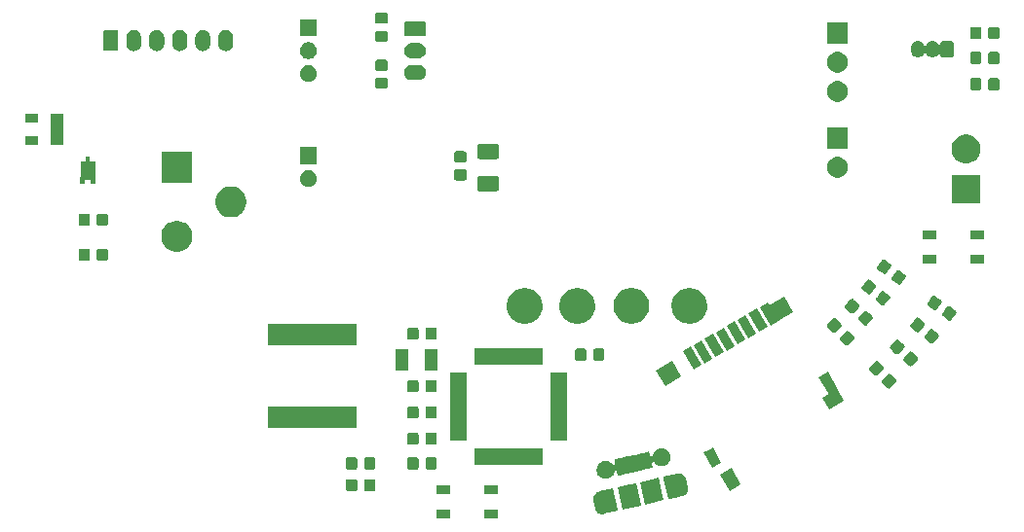
<source format=gbr>
G04 #@! TF.GenerationSoftware,KiCad,Pcbnew,(5.1.5-0-10_14)*
G04 #@! TF.CreationDate,2020-03-25T00:06:53-04:00*
G04 #@! TF.ProjectId,NUTS_PCB,4e555453-5f50-4434-922e-6b696361645f,rev?*
G04 #@! TF.SameCoordinates,Original*
G04 #@! TF.FileFunction,Soldermask,Top*
G04 #@! TF.FilePolarity,Negative*
%FSLAX46Y46*%
G04 Gerber Fmt 4.6, Leading zero omitted, Abs format (unit mm)*
G04 Created by KiCad (PCBNEW (5.1.5-0-10_14)) date 2020-03-25 00:06:53*
%MOMM*%
%LPD*%
G04 APERTURE LIST*
%ADD10C,0.010000*%
%ADD11C,0.100000*%
G04 APERTURE END LIST*
D10*
G36*
X32674000Y-40374000D02*
G01*
X32674000Y-38874000D01*
X33874000Y-38874000D01*
X33874000Y-40374000D01*
X32674000Y-40374000D01*
G37*
X32674000Y-40374000D02*
X32674000Y-38874000D01*
X33874000Y-38874000D01*
X33874000Y-40374000D01*
X32674000Y-40374000D01*
D11*
G36*
X68902000Y-69963000D02*
G01*
X67750000Y-69963000D01*
X67750000Y-69211000D01*
X68902000Y-69211000D01*
X68902000Y-69963000D01*
G37*
G36*
X64752000Y-69963000D02*
G01*
X63600000Y-69963000D01*
X63600000Y-69211000D01*
X64752000Y-69211000D01*
X64752000Y-69963000D01*
G37*
G36*
X79332182Y-69169432D02*
G01*
X79355448Y-69270211D01*
X78173643Y-69543052D01*
X78161862Y-69546388D01*
X78137219Y-69554693D01*
X78111438Y-69558030D01*
X78099376Y-69560198D01*
X78027960Y-69576686D01*
X78009618Y-69571728D01*
X77997433Y-69570300D01*
X77882104Y-69562488D01*
X77758311Y-69529028D01*
X77643420Y-69472058D01*
X77541856Y-69393772D01*
X77457516Y-69297177D01*
X77436224Y-69260111D01*
X77393640Y-69185981D01*
X77378293Y-69140443D01*
X77362946Y-69094908D01*
X77276283Y-68719530D01*
X77191095Y-68350539D01*
X77178758Y-68255226D01*
X77183091Y-68191256D01*
X77187424Y-68127287D01*
X77220884Y-68003493D01*
X77277854Y-67888602D01*
X77356140Y-67787038D01*
X77452735Y-67702698D01*
X77481172Y-67686363D01*
X77552980Y-67645113D01*
X77572919Y-67630891D01*
X77577501Y-67626020D01*
X77649032Y-67609506D01*
X77660824Y-67606167D01*
X77685451Y-67597867D01*
X77711223Y-67594531D01*
X77723286Y-67592363D01*
X78905096Y-67319521D01*
X79332182Y-69169432D01*
G37*
G36*
X81249038Y-68359159D02*
G01*
X81352906Y-68809061D01*
X79791966Y-69169432D01*
X79791965Y-69169432D01*
X79341614Y-67218743D01*
X80378640Y-66979327D01*
X80902554Y-66858372D01*
X80902555Y-66858372D01*
X81249038Y-68359159D01*
G37*
G36*
X83214888Y-67983369D02*
G01*
X83301646Y-68359159D01*
X81740706Y-68719530D01*
X81740705Y-68719530D01*
X81290354Y-66768841D01*
X81964718Y-66613152D01*
X82851294Y-66408470D01*
X82851295Y-66408470D01*
X83214888Y-67983369D01*
G37*
G36*
X84633641Y-66006174D02*
G01*
X84645813Y-66007601D01*
X84697573Y-66011108D01*
X84761155Y-66015414D01*
X84884949Y-66048874D01*
X84999840Y-66105844D01*
X85101404Y-66184130D01*
X85185744Y-66280725D01*
X85201234Y-66307691D01*
X85249620Y-66391921D01*
X85255110Y-66408212D01*
X85280314Y-66482994D01*
X85346307Y-66768841D01*
X85452165Y-67227362D01*
X85464502Y-67322675D01*
X85460169Y-67386646D01*
X85455836Y-67450615D01*
X85422376Y-67574409D01*
X85365406Y-67689300D01*
X85287120Y-67790864D01*
X85190525Y-67875204D01*
X85167201Y-67888602D01*
X85090280Y-67932789D01*
X85070341Y-67947011D01*
X85065759Y-67951882D01*
X84994228Y-67968396D01*
X84982436Y-67971735D01*
X84957809Y-67980035D01*
X84932029Y-67983372D01*
X84919971Y-67985539D01*
X84306002Y-68127285D01*
X83738164Y-68258381D01*
X83738163Y-68258381D01*
X83333272Y-66504600D01*
X83287812Y-66307692D01*
X83287812Y-66307691D01*
X84469617Y-66034850D01*
X84481398Y-66031514D01*
X84506041Y-66023209D01*
X84531828Y-66019871D01*
X84543876Y-66017706D01*
X84556442Y-66014805D01*
X84615300Y-66001217D01*
X84633641Y-66006174D01*
G37*
G36*
X64752000Y-67813000D02*
G01*
X63600000Y-67813000D01*
X63600000Y-67061000D01*
X64752000Y-67061000D01*
X64752000Y-67813000D01*
G37*
G36*
X68902000Y-67813000D02*
G01*
X67750000Y-67813000D01*
X67750000Y-67061000D01*
X68902000Y-67061000D01*
X68902000Y-67813000D01*
G37*
G36*
X56552091Y-66508685D02*
G01*
X56586069Y-66518993D01*
X56617390Y-66535734D01*
X56644839Y-66558261D01*
X56667366Y-66585710D01*
X56684107Y-66617031D01*
X56694415Y-66651009D01*
X56698500Y-66692490D01*
X56698500Y-67368710D01*
X56694415Y-67410191D01*
X56684107Y-67444169D01*
X56667366Y-67475490D01*
X56644839Y-67502939D01*
X56617390Y-67525466D01*
X56586069Y-67542207D01*
X56552091Y-67552515D01*
X56510610Y-67556600D01*
X55909390Y-67556600D01*
X55867909Y-67552515D01*
X55833931Y-67542207D01*
X55802610Y-67525466D01*
X55775161Y-67502939D01*
X55752634Y-67475490D01*
X55735893Y-67444169D01*
X55725585Y-67410191D01*
X55721500Y-67368710D01*
X55721500Y-66692490D01*
X55725585Y-66651009D01*
X55735893Y-66617031D01*
X55752634Y-66585710D01*
X55775161Y-66558261D01*
X55802610Y-66535734D01*
X55833931Y-66518993D01*
X55867909Y-66508685D01*
X55909390Y-66504600D01*
X56510610Y-66504600D01*
X56552091Y-66508685D01*
G37*
G36*
X58127091Y-66508685D02*
G01*
X58161069Y-66518993D01*
X58192390Y-66535734D01*
X58219839Y-66558261D01*
X58242366Y-66585710D01*
X58259107Y-66617031D01*
X58269415Y-66651009D01*
X58273500Y-66692490D01*
X58273500Y-67368710D01*
X58269415Y-67410191D01*
X58259107Y-67444169D01*
X58242366Y-67475490D01*
X58219839Y-67502939D01*
X58192390Y-67525466D01*
X58161069Y-67542207D01*
X58127091Y-67552515D01*
X58085610Y-67556600D01*
X57484390Y-67556600D01*
X57442909Y-67552515D01*
X57408931Y-67542207D01*
X57377610Y-67525466D01*
X57350161Y-67502939D01*
X57327634Y-67475490D01*
X57310893Y-67444169D01*
X57300585Y-67410191D01*
X57296500Y-67368710D01*
X57296500Y-66692490D01*
X57300585Y-66651009D01*
X57310893Y-66617031D01*
X57327634Y-66585710D01*
X57350161Y-66558261D01*
X57377610Y-66535734D01*
X57408931Y-66518993D01*
X57442909Y-66508685D01*
X57484390Y-66504600D01*
X58085610Y-66504600D01*
X58127091Y-66508685D01*
G37*
G36*
X90025945Y-66979327D02*
G01*
X89071584Y-67530328D01*
X88245583Y-66099653D01*
X89199944Y-65548652D01*
X90025945Y-66979327D01*
G37*
G36*
X83376535Y-63849594D02*
G01*
X83376537Y-63849595D01*
X83376538Y-63849595D01*
X83517761Y-63908091D01*
X83517764Y-63908093D01*
X83644856Y-63993013D01*
X83752948Y-64101105D01*
X83753452Y-64101860D01*
X83837870Y-64228200D01*
X83896366Y-64369423D01*
X83896367Y-64369426D01*
X83926187Y-64519343D01*
X83926187Y-64672205D01*
X83905585Y-64775780D01*
X83896366Y-64822125D01*
X83837870Y-64963348D01*
X83837868Y-64963351D01*
X83752948Y-65090443D01*
X83644856Y-65198535D01*
X83545680Y-65264802D01*
X83517761Y-65283457D01*
X83376538Y-65341953D01*
X83376537Y-65341953D01*
X83376535Y-65341954D01*
X83226618Y-65371774D01*
X83073756Y-65371774D01*
X82923839Y-65341954D01*
X82923837Y-65341953D01*
X82923836Y-65341953D01*
X82782613Y-65283457D01*
X82754694Y-65264802D01*
X82655518Y-65198535D01*
X82547428Y-65090445D01*
X82534063Y-65070443D01*
X82518518Y-65051501D01*
X82499576Y-65035956D01*
X82477965Y-65024405D01*
X82454516Y-65017292D01*
X82430130Y-65014890D01*
X82405744Y-65017292D01*
X82382295Y-65024405D01*
X82360684Y-65035956D01*
X82341742Y-65051501D01*
X82326197Y-65070443D01*
X82314646Y-65092054D01*
X82307533Y-65115503D01*
X82305131Y-65139889D01*
X82308335Y-65168008D01*
X82388824Y-65516646D01*
X81877279Y-65634745D01*
X81877270Y-65634748D01*
X81243938Y-65780964D01*
X80610598Y-65927182D01*
X79977257Y-66073400D01*
X79551979Y-66171582D01*
X79366329Y-66214443D01*
X79366328Y-66214443D01*
X79285008Y-65862207D01*
X79277182Y-65838986D01*
X79264977Y-65817739D01*
X79248860Y-65799280D01*
X79229452Y-65784321D01*
X79207499Y-65773435D01*
X79183844Y-65767041D01*
X79159396Y-65765385D01*
X79135094Y-65768531D01*
X79111873Y-65776357D01*
X79090626Y-65788562D01*
X79072167Y-65804679D01*
X79057208Y-65824087D01*
X79046322Y-65846040D01*
X79040616Y-65865941D01*
X79024518Y-65946877D01*
X79002009Y-66001217D01*
X78966020Y-66088103D01*
X78966018Y-66088106D01*
X78881098Y-66215198D01*
X78773006Y-66323290D01*
X78670292Y-66391921D01*
X78645911Y-66408212D01*
X78504688Y-66466708D01*
X78504687Y-66466708D01*
X78504685Y-66466709D01*
X78354768Y-66496529D01*
X78201906Y-66496529D01*
X78051989Y-66466709D01*
X78051987Y-66466708D01*
X78051986Y-66466708D01*
X77910763Y-66408212D01*
X77886382Y-66391921D01*
X77783668Y-66323290D01*
X77675576Y-66215198D01*
X77590656Y-66088106D01*
X77590654Y-66088103D01*
X77532158Y-65946880D01*
X77528240Y-65927182D01*
X77502337Y-65796960D01*
X77502337Y-65644098D01*
X77532157Y-65494181D01*
X77537865Y-65480401D01*
X77590654Y-65352955D01*
X77637091Y-65283457D01*
X77675576Y-65225860D01*
X77783668Y-65117768D01*
X77910760Y-65032848D01*
X77910763Y-65032846D01*
X78051986Y-64974350D01*
X78051987Y-64974350D01*
X78051989Y-64974349D01*
X78201906Y-64944529D01*
X78354768Y-64944529D01*
X78504685Y-64974349D01*
X78504687Y-64974350D01*
X78504688Y-64974350D01*
X78645911Y-65032846D01*
X78645914Y-65032848D01*
X78773006Y-65117768D01*
X78881096Y-65225858D01*
X78894461Y-65245860D01*
X78910006Y-65264802D01*
X78928948Y-65280347D01*
X78950559Y-65291898D01*
X78974008Y-65299011D01*
X78998394Y-65301413D01*
X79022780Y-65299011D01*
X79046229Y-65291898D01*
X79067840Y-65280347D01*
X79086782Y-65264802D01*
X79102327Y-65245860D01*
X79113878Y-65224249D01*
X79120991Y-65200800D01*
X79123393Y-65176414D01*
X79120189Y-65148295D01*
X79039700Y-64799658D01*
X79551246Y-64681558D01*
X80184586Y-64535340D01*
X80817927Y-64389122D01*
X81451267Y-64242904D01*
X81451276Y-64242901D01*
X81855364Y-64149611D01*
X82062195Y-64101860D01*
X82062196Y-64101860D01*
X82143516Y-64454096D01*
X82151342Y-64477317D01*
X82163547Y-64498564D01*
X82179664Y-64517023D01*
X82199072Y-64531982D01*
X82221025Y-64542868D01*
X82244680Y-64549262D01*
X82269128Y-64550918D01*
X82293430Y-64547772D01*
X82316651Y-64539946D01*
X82337898Y-64527741D01*
X82356357Y-64511624D01*
X82371316Y-64492216D01*
X82382202Y-64470263D01*
X82387908Y-64450362D01*
X82404006Y-64369426D01*
X82454270Y-64248079D01*
X82462504Y-64228200D01*
X82546922Y-64101860D01*
X82547426Y-64101105D01*
X82655518Y-63993013D01*
X82782610Y-63908093D01*
X82782613Y-63908091D01*
X82923836Y-63849595D01*
X82923837Y-63849595D01*
X82923839Y-63849594D01*
X83073756Y-63819774D01*
X83226618Y-63819774D01*
X83376535Y-63849594D01*
G37*
G36*
X63461091Y-64629085D02*
G01*
X63495069Y-64639393D01*
X63526390Y-64656134D01*
X63553839Y-64678661D01*
X63576366Y-64706110D01*
X63593107Y-64737431D01*
X63603415Y-64771409D01*
X63607500Y-64812890D01*
X63607500Y-65489110D01*
X63603415Y-65530591D01*
X63593107Y-65564569D01*
X63576366Y-65595890D01*
X63553839Y-65623339D01*
X63526390Y-65645866D01*
X63495069Y-65662607D01*
X63461091Y-65672915D01*
X63419610Y-65677000D01*
X62818390Y-65677000D01*
X62776909Y-65672915D01*
X62742931Y-65662607D01*
X62711610Y-65645866D01*
X62684161Y-65623339D01*
X62661634Y-65595890D01*
X62644893Y-65564569D01*
X62634585Y-65530591D01*
X62630500Y-65489110D01*
X62630500Y-64812890D01*
X62634585Y-64771409D01*
X62644893Y-64737431D01*
X62661634Y-64706110D01*
X62684161Y-64678661D01*
X62711610Y-64656134D01*
X62742931Y-64639393D01*
X62776909Y-64629085D01*
X62818390Y-64625000D01*
X63419610Y-64625000D01*
X63461091Y-64629085D01*
G37*
G36*
X61886091Y-64629085D02*
G01*
X61920069Y-64639393D01*
X61951390Y-64656134D01*
X61978839Y-64678661D01*
X62001366Y-64706110D01*
X62018107Y-64737431D01*
X62028415Y-64771409D01*
X62032500Y-64812890D01*
X62032500Y-65489110D01*
X62028415Y-65530591D01*
X62018107Y-65564569D01*
X62001366Y-65595890D01*
X61978839Y-65623339D01*
X61951390Y-65645866D01*
X61920069Y-65662607D01*
X61886091Y-65672915D01*
X61844610Y-65677000D01*
X61243390Y-65677000D01*
X61201909Y-65672915D01*
X61167931Y-65662607D01*
X61136610Y-65645866D01*
X61109161Y-65623339D01*
X61086634Y-65595890D01*
X61069893Y-65564569D01*
X61059585Y-65530591D01*
X61055500Y-65489110D01*
X61055500Y-64812890D01*
X61059585Y-64771409D01*
X61069893Y-64737431D01*
X61086634Y-64706110D01*
X61109161Y-64678661D01*
X61136610Y-64656134D01*
X61167931Y-64639393D01*
X61201909Y-64629085D01*
X61243390Y-64625000D01*
X61844610Y-64625000D01*
X61886091Y-64629085D01*
G37*
G36*
X58127191Y-64629085D02*
G01*
X58161169Y-64639393D01*
X58192490Y-64656134D01*
X58219939Y-64678661D01*
X58242466Y-64706110D01*
X58259207Y-64737431D01*
X58269515Y-64771409D01*
X58273600Y-64812890D01*
X58273600Y-65489110D01*
X58269515Y-65530591D01*
X58259207Y-65564569D01*
X58242466Y-65595890D01*
X58219939Y-65623339D01*
X58192490Y-65645866D01*
X58161169Y-65662607D01*
X58127191Y-65672915D01*
X58085710Y-65677000D01*
X57484490Y-65677000D01*
X57443009Y-65672915D01*
X57409031Y-65662607D01*
X57377710Y-65645866D01*
X57350261Y-65623339D01*
X57327734Y-65595890D01*
X57310993Y-65564569D01*
X57300685Y-65530591D01*
X57296600Y-65489110D01*
X57296600Y-64812890D01*
X57300685Y-64771409D01*
X57310993Y-64737431D01*
X57327734Y-64706110D01*
X57350261Y-64678661D01*
X57377710Y-64656134D01*
X57409031Y-64639393D01*
X57443009Y-64629085D01*
X57484490Y-64625000D01*
X58085710Y-64625000D01*
X58127191Y-64629085D01*
G37*
G36*
X56552191Y-64629085D02*
G01*
X56586169Y-64639393D01*
X56617490Y-64656134D01*
X56644939Y-64678661D01*
X56667466Y-64706110D01*
X56684207Y-64737431D01*
X56694515Y-64771409D01*
X56698600Y-64812890D01*
X56698600Y-65489110D01*
X56694515Y-65530591D01*
X56684207Y-65564569D01*
X56667466Y-65595890D01*
X56644939Y-65623339D01*
X56617490Y-65645866D01*
X56586169Y-65662607D01*
X56552191Y-65672915D01*
X56510710Y-65677000D01*
X55909490Y-65677000D01*
X55868009Y-65672915D01*
X55834031Y-65662607D01*
X55802710Y-65645866D01*
X55775261Y-65623339D01*
X55752734Y-65595890D01*
X55735993Y-65564569D01*
X55725685Y-65530591D01*
X55721600Y-65489110D01*
X55721600Y-64812890D01*
X55725685Y-64771409D01*
X55735993Y-64737431D01*
X55752734Y-64706110D01*
X55775261Y-64678661D01*
X55802710Y-64656134D01*
X55834031Y-64639393D01*
X55868009Y-64629085D01*
X55909490Y-64625000D01*
X56510710Y-64625000D01*
X56552191Y-64629085D01*
G37*
G36*
X88342932Y-65064264D02*
G01*
X87963278Y-65283457D01*
X87561777Y-65515264D01*
X87561776Y-65515264D01*
X86810776Y-64214494D01*
X87201354Y-63988994D01*
X87591931Y-63763494D01*
X87591932Y-63763494D01*
X88342932Y-65064264D01*
G37*
G36*
X72776000Y-65249000D02*
G01*
X66924000Y-65249000D01*
X66924000Y-63847000D01*
X72776000Y-63847000D01*
X72776000Y-65249000D01*
G37*
G36*
X61886091Y-62470085D02*
G01*
X61920069Y-62480393D01*
X61951390Y-62497134D01*
X61978839Y-62519661D01*
X62001366Y-62547110D01*
X62018107Y-62578431D01*
X62028415Y-62612409D01*
X62032500Y-62653890D01*
X62032500Y-63330110D01*
X62028415Y-63371591D01*
X62018107Y-63405569D01*
X62001366Y-63436890D01*
X61978839Y-63464339D01*
X61951390Y-63486866D01*
X61920069Y-63503607D01*
X61886091Y-63513915D01*
X61844610Y-63518000D01*
X61243390Y-63518000D01*
X61201909Y-63513915D01*
X61167931Y-63503607D01*
X61136610Y-63486866D01*
X61109161Y-63464339D01*
X61086634Y-63436890D01*
X61069893Y-63405569D01*
X61059585Y-63371591D01*
X61055500Y-63330110D01*
X61055500Y-62653890D01*
X61059585Y-62612409D01*
X61069893Y-62578431D01*
X61086634Y-62547110D01*
X61109161Y-62519661D01*
X61136610Y-62497134D01*
X61167931Y-62480393D01*
X61201909Y-62470085D01*
X61243390Y-62466000D01*
X61844610Y-62466000D01*
X61886091Y-62470085D01*
G37*
G36*
X63461091Y-62470085D02*
G01*
X63495069Y-62480393D01*
X63526390Y-62497134D01*
X63553839Y-62519661D01*
X63576366Y-62547110D01*
X63593107Y-62578431D01*
X63603415Y-62612409D01*
X63607500Y-62653890D01*
X63607500Y-63330110D01*
X63603415Y-63371591D01*
X63593107Y-63405569D01*
X63576366Y-63436890D01*
X63553839Y-63464339D01*
X63526390Y-63486866D01*
X63495069Y-63503607D01*
X63461091Y-63513915D01*
X63419610Y-63518000D01*
X62818390Y-63518000D01*
X62776909Y-63513915D01*
X62742931Y-63503607D01*
X62711610Y-63486866D01*
X62684161Y-63464339D01*
X62661634Y-63436890D01*
X62644893Y-63405569D01*
X62634585Y-63371591D01*
X62630500Y-63330110D01*
X62630500Y-62653890D01*
X62634585Y-62612409D01*
X62644893Y-62578431D01*
X62661634Y-62547110D01*
X62684161Y-62519661D01*
X62711610Y-62497134D01*
X62742931Y-62480393D01*
X62776909Y-62470085D01*
X62818390Y-62466000D01*
X63419610Y-62466000D01*
X63461091Y-62470085D01*
G37*
G36*
X66201000Y-63124000D02*
G01*
X64799000Y-63124000D01*
X64799000Y-57272000D01*
X66201000Y-57272000D01*
X66201000Y-63124000D01*
G37*
G36*
X74901000Y-63124000D02*
G01*
X73499000Y-63124000D01*
X73499000Y-57272000D01*
X74901000Y-57272000D01*
X74901000Y-63124000D01*
G37*
G36*
X56632200Y-62082400D02*
G01*
X48930200Y-62082400D01*
X48930200Y-60230400D01*
X56632200Y-60230400D01*
X56632200Y-62082400D01*
G37*
G36*
X63461091Y-60184085D02*
G01*
X63495069Y-60194393D01*
X63526390Y-60211134D01*
X63553839Y-60233661D01*
X63576366Y-60261110D01*
X63593107Y-60292431D01*
X63603415Y-60326409D01*
X63607500Y-60367890D01*
X63607500Y-61044110D01*
X63603415Y-61085591D01*
X63593107Y-61119569D01*
X63576366Y-61150890D01*
X63553839Y-61178339D01*
X63526390Y-61200866D01*
X63495069Y-61217607D01*
X63461091Y-61227915D01*
X63419610Y-61232000D01*
X62818390Y-61232000D01*
X62776909Y-61227915D01*
X62742931Y-61217607D01*
X62711610Y-61200866D01*
X62684161Y-61178339D01*
X62661634Y-61150890D01*
X62644893Y-61119569D01*
X62634585Y-61085591D01*
X62630500Y-61044110D01*
X62630500Y-60367890D01*
X62634585Y-60326409D01*
X62644893Y-60292431D01*
X62661634Y-60261110D01*
X62684161Y-60233661D01*
X62711610Y-60211134D01*
X62742931Y-60194393D01*
X62776909Y-60184085D01*
X62818390Y-60180000D01*
X63419610Y-60180000D01*
X63461091Y-60184085D01*
G37*
G36*
X61886091Y-60184085D02*
G01*
X61920069Y-60194393D01*
X61951390Y-60211134D01*
X61978839Y-60233661D01*
X62001366Y-60261110D01*
X62018107Y-60292431D01*
X62028415Y-60326409D01*
X62032500Y-60367890D01*
X62032500Y-61044110D01*
X62028415Y-61085591D01*
X62018107Y-61119569D01*
X62001366Y-61150890D01*
X61978839Y-61178339D01*
X61951390Y-61200866D01*
X61920069Y-61217607D01*
X61886091Y-61227915D01*
X61844610Y-61232000D01*
X61243390Y-61232000D01*
X61201909Y-61227915D01*
X61167931Y-61217607D01*
X61136610Y-61200866D01*
X61109161Y-61178339D01*
X61086634Y-61150890D01*
X61069893Y-61119569D01*
X61059585Y-61085591D01*
X61055500Y-61044110D01*
X61055500Y-60367890D01*
X61059585Y-60326409D01*
X61069893Y-60292431D01*
X61086634Y-60261110D01*
X61109161Y-60233661D01*
X61136610Y-60211134D01*
X61167931Y-60194393D01*
X61201909Y-60184085D01*
X61243390Y-60180000D01*
X61844610Y-60180000D01*
X61886091Y-60184085D01*
G37*
G36*
X98403436Y-58589568D02*
G01*
X98403444Y-58589579D01*
X99016937Y-59652180D01*
X97672864Y-60428181D01*
X97121863Y-59473820D01*
X97576528Y-59211319D01*
X97596447Y-59197046D01*
X97613197Y-59179162D01*
X97626137Y-59158353D01*
X97634769Y-59135419D01*
X97638760Y-59111242D01*
X97637959Y-59086751D01*
X97632394Y-59062887D01*
X97622281Y-59040567D01*
X96809781Y-57633276D01*
X97590935Y-57182276D01*
X98403436Y-58589568D01*
G37*
G36*
X63461091Y-57898085D02*
G01*
X63495069Y-57908393D01*
X63526390Y-57925134D01*
X63553839Y-57947661D01*
X63576366Y-57975110D01*
X63593107Y-58006431D01*
X63603415Y-58040409D01*
X63607500Y-58081890D01*
X63607500Y-58758110D01*
X63603415Y-58799591D01*
X63593107Y-58833569D01*
X63576366Y-58864890D01*
X63553839Y-58892339D01*
X63526390Y-58914866D01*
X63495069Y-58931607D01*
X63461091Y-58941915D01*
X63419610Y-58946000D01*
X62818390Y-58946000D01*
X62776909Y-58941915D01*
X62742931Y-58931607D01*
X62711610Y-58914866D01*
X62684161Y-58892339D01*
X62661634Y-58864890D01*
X62644893Y-58833569D01*
X62634585Y-58799591D01*
X62630500Y-58758110D01*
X62630500Y-58081890D01*
X62634585Y-58040409D01*
X62644893Y-58006431D01*
X62661634Y-57975110D01*
X62684161Y-57947661D01*
X62711610Y-57925134D01*
X62742931Y-57908393D01*
X62776909Y-57898085D01*
X62818390Y-57894000D01*
X63419610Y-57894000D01*
X63461091Y-57898085D01*
G37*
G36*
X61886091Y-57898085D02*
G01*
X61920069Y-57908393D01*
X61951390Y-57925134D01*
X61978839Y-57947661D01*
X62001366Y-57975110D01*
X62018107Y-58006431D01*
X62028415Y-58040409D01*
X62032500Y-58081890D01*
X62032500Y-58758110D01*
X62028415Y-58799591D01*
X62018107Y-58833569D01*
X62001366Y-58864890D01*
X61978839Y-58892339D01*
X61951390Y-58914866D01*
X61920069Y-58931607D01*
X61886091Y-58941915D01*
X61844610Y-58946000D01*
X61243390Y-58946000D01*
X61201909Y-58941915D01*
X61167931Y-58931607D01*
X61136610Y-58914866D01*
X61109161Y-58892339D01*
X61086634Y-58864890D01*
X61069893Y-58833569D01*
X61059585Y-58799591D01*
X61055500Y-58758110D01*
X61055500Y-58081890D01*
X61059585Y-58040409D01*
X61069893Y-58006431D01*
X61086634Y-57975110D01*
X61109161Y-57947661D01*
X61136610Y-57925134D01*
X61167931Y-57908393D01*
X61201909Y-57898085D01*
X61243390Y-57894000D01*
X61844610Y-57894000D01*
X61886091Y-57898085D01*
G37*
G36*
X102982658Y-57350208D02*
G01*
X103016636Y-57360516D01*
X103047957Y-57377257D01*
X103080171Y-57403695D01*
X103120022Y-57443546D01*
X103120028Y-57443551D01*
X103465449Y-57788972D01*
X103465454Y-57788978D01*
X103505305Y-57828829D01*
X103531743Y-57861043D01*
X103548484Y-57892364D01*
X103558792Y-57926342D01*
X103562272Y-57961683D01*
X103558792Y-57997024D01*
X103548484Y-58031002D01*
X103531743Y-58062323D01*
X103505305Y-58094537D01*
X103465454Y-58134388D01*
X103465449Y-58134394D01*
X103066994Y-58532849D01*
X103066988Y-58532854D01*
X103027137Y-58572705D01*
X102994923Y-58599143D01*
X102963602Y-58615884D01*
X102929624Y-58626192D01*
X102894283Y-58629672D01*
X102858942Y-58626192D01*
X102824964Y-58615884D01*
X102793643Y-58599143D01*
X102761429Y-58572705D01*
X102721578Y-58532854D01*
X102721572Y-58532849D01*
X102376151Y-58187428D01*
X102376146Y-58187422D01*
X102336295Y-58147571D01*
X102309857Y-58115357D01*
X102293116Y-58084036D01*
X102282808Y-58050058D01*
X102279328Y-58014717D01*
X102282808Y-57979376D01*
X102293116Y-57945398D01*
X102309857Y-57914077D01*
X102336295Y-57881863D01*
X102376146Y-57842012D01*
X102376151Y-57842006D01*
X102774606Y-57443551D01*
X102774612Y-57443546D01*
X102814463Y-57403695D01*
X102846677Y-57377257D01*
X102877998Y-57360516D01*
X102911976Y-57350208D01*
X102947317Y-57346728D01*
X102982658Y-57350208D01*
G37*
G36*
X84849149Y-57612855D02*
G01*
X83461777Y-58413855D01*
X82660777Y-57026483D01*
X84048149Y-56225483D01*
X84849149Y-57612855D01*
G37*
G36*
X101868964Y-56236514D02*
G01*
X101902942Y-56246822D01*
X101934263Y-56263563D01*
X101966477Y-56290001D01*
X102006328Y-56329852D01*
X102006334Y-56329857D01*
X102351755Y-56675278D01*
X102351760Y-56675284D01*
X102391611Y-56715135D01*
X102418049Y-56747349D01*
X102434790Y-56778670D01*
X102445098Y-56812648D01*
X102448578Y-56847989D01*
X102445098Y-56883330D01*
X102434790Y-56917308D01*
X102418049Y-56948629D01*
X102391611Y-56980843D01*
X102351760Y-57020694D01*
X102351755Y-57020700D01*
X101953300Y-57419155D01*
X101953294Y-57419160D01*
X101913443Y-57459011D01*
X101881229Y-57485449D01*
X101849908Y-57502190D01*
X101815930Y-57512498D01*
X101780589Y-57515978D01*
X101745248Y-57512498D01*
X101711270Y-57502190D01*
X101679949Y-57485449D01*
X101647735Y-57459011D01*
X101607884Y-57419160D01*
X101607878Y-57419155D01*
X101262457Y-57073734D01*
X101262452Y-57073728D01*
X101222601Y-57033877D01*
X101196163Y-57001663D01*
X101179422Y-56970342D01*
X101169114Y-56936364D01*
X101165634Y-56901023D01*
X101169114Y-56865682D01*
X101179422Y-56831704D01*
X101196163Y-56800383D01*
X101222601Y-56768169D01*
X101262452Y-56728318D01*
X101262457Y-56728312D01*
X101660912Y-56329857D01*
X101660918Y-56329852D01*
X101700769Y-56290001D01*
X101732983Y-56263563D01*
X101764304Y-56246822D01*
X101798282Y-56236514D01*
X101833623Y-56233034D01*
X101868964Y-56236514D01*
G37*
G36*
X61170000Y-57085000D02*
G01*
X60068000Y-57085000D01*
X60068000Y-55183000D01*
X61170000Y-55183000D01*
X61170000Y-57085000D01*
G37*
G36*
X63670000Y-57085000D02*
G01*
X62568000Y-57085000D01*
X62568000Y-55183000D01*
X63670000Y-55183000D01*
X63670000Y-57085000D01*
G37*
G36*
X86624501Y-56587856D02*
G01*
X85929949Y-56988856D01*
X85003949Y-55384976D01*
X85698501Y-54983976D01*
X86624501Y-56587856D01*
G37*
G36*
X104830837Y-55404526D02*
G01*
X104865311Y-55413042D01*
X104897461Y-55428119D01*
X104931020Y-55452839D01*
X105377812Y-55855132D01*
X105405905Y-55885924D01*
X105424262Y-55916326D01*
X105436334Y-55949718D01*
X105441659Y-55984825D01*
X105440033Y-56020302D01*
X105431517Y-56054776D01*
X105416440Y-56086926D01*
X105391721Y-56120485D01*
X105321282Y-56198715D01*
X104976953Y-56581131D01*
X104976947Y-56581136D01*
X104939242Y-56623012D01*
X104908447Y-56651108D01*
X104878049Y-56669463D01*
X104844655Y-56681535D01*
X104809548Y-56686860D01*
X104774071Y-56685234D01*
X104739597Y-56676718D01*
X104707447Y-56661641D01*
X104673888Y-56636921D01*
X104425240Y-56413038D01*
X104268978Y-56272339D01*
X104268976Y-56272337D01*
X104227096Y-56234628D01*
X104199003Y-56203836D01*
X104180646Y-56173434D01*
X104168574Y-56140042D01*
X104163249Y-56104935D01*
X104164875Y-56069458D01*
X104173391Y-56034984D01*
X104188468Y-56002834D01*
X104213187Y-55969275D01*
X104515989Y-55632980D01*
X104627955Y-55508629D01*
X104627961Y-55508624D01*
X104665666Y-55466748D01*
X104696461Y-55438652D01*
X104726859Y-55420297D01*
X104760253Y-55408225D01*
X104795360Y-55402900D01*
X104830837Y-55404526D01*
G37*
G36*
X72776000Y-56549000D02*
G01*
X66924000Y-56549000D01*
X66924000Y-55147000D01*
X72776000Y-55147000D01*
X72776000Y-56549000D01*
G37*
G36*
X87577129Y-56037856D02*
G01*
X86882577Y-56438856D01*
X85956577Y-54834976D01*
X86651129Y-54433976D01*
X87577129Y-56037856D01*
G37*
G36*
X78040691Y-55154885D02*
G01*
X78074669Y-55165193D01*
X78105990Y-55181934D01*
X78133439Y-55204461D01*
X78155966Y-55231910D01*
X78172707Y-55263231D01*
X78183015Y-55297209D01*
X78187100Y-55338690D01*
X78187100Y-56014910D01*
X78183015Y-56056391D01*
X78172707Y-56090369D01*
X78155966Y-56121690D01*
X78133439Y-56149139D01*
X78105990Y-56171666D01*
X78074669Y-56188407D01*
X78040691Y-56198715D01*
X77999210Y-56202800D01*
X77397990Y-56202800D01*
X77356509Y-56198715D01*
X77322531Y-56188407D01*
X77291210Y-56171666D01*
X77263761Y-56149139D01*
X77241234Y-56121690D01*
X77224493Y-56090369D01*
X77214185Y-56056391D01*
X77210100Y-56014910D01*
X77210100Y-55338690D01*
X77214185Y-55297209D01*
X77224493Y-55263231D01*
X77241234Y-55231910D01*
X77263761Y-55204461D01*
X77291210Y-55181934D01*
X77322531Y-55165193D01*
X77356509Y-55154885D01*
X77397990Y-55150800D01*
X77999210Y-55150800D01*
X78040691Y-55154885D01*
G37*
G36*
X76465691Y-55154885D02*
G01*
X76499669Y-55165193D01*
X76530990Y-55181934D01*
X76558439Y-55204461D01*
X76580966Y-55231910D01*
X76597707Y-55263231D01*
X76608015Y-55297209D01*
X76612100Y-55338690D01*
X76612100Y-56014910D01*
X76608015Y-56056391D01*
X76597707Y-56090369D01*
X76580966Y-56121690D01*
X76558439Y-56149139D01*
X76530990Y-56171666D01*
X76499669Y-56188407D01*
X76465691Y-56198715D01*
X76424210Y-56202800D01*
X75822990Y-56202800D01*
X75781509Y-56198715D01*
X75747531Y-56188407D01*
X75716210Y-56171666D01*
X75688761Y-56149139D01*
X75666234Y-56121690D01*
X75649493Y-56090369D01*
X75639185Y-56056391D01*
X75635100Y-56014910D01*
X75635100Y-55338690D01*
X75639185Y-55297209D01*
X75649493Y-55263231D01*
X75666234Y-55231910D01*
X75688761Y-55204461D01*
X75716210Y-55181934D01*
X75747531Y-55165193D01*
X75781509Y-55154885D01*
X75822990Y-55150800D01*
X76424210Y-55150800D01*
X76465691Y-55154885D01*
G37*
G36*
X88529757Y-55487856D02*
G01*
X87835205Y-55888856D01*
X86909205Y-54284976D01*
X87603757Y-53883976D01*
X88529757Y-55487856D01*
G37*
G36*
X103660383Y-54350646D02*
G01*
X103694857Y-54359162D01*
X103727007Y-54374239D01*
X103760566Y-54398959D01*
X103802449Y-54436671D01*
X104075511Y-54682536D01*
X104207358Y-54801252D01*
X104235451Y-54832044D01*
X104253808Y-54862446D01*
X104265880Y-54895838D01*
X104271205Y-54930945D01*
X104269579Y-54966422D01*
X104261063Y-55000896D01*
X104245986Y-55033046D01*
X104221267Y-55066605D01*
X104128717Y-55169392D01*
X103806499Y-55527251D01*
X103806493Y-55527256D01*
X103768788Y-55569132D01*
X103737993Y-55597228D01*
X103707595Y-55615583D01*
X103674201Y-55627655D01*
X103639094Y-55632980D01*
X103603617Y-55631354D01*
X103569143Y-55622838D01*
X103536993Y-55607761D01*
X103503434Y-55583041D01*
X103232239Y-55338856D01*
X103098524Y-55218459D01*
X103098522Y-55218457D01*
X103056642Y-55180748D01*
X103028549Y-55149956D01*
X103010192Y-55119554D01*
X102998120Y-55086162D01*
X102992795Y-55051055D01*
X102994421Y-55015578D01*
X103002937Y-54981104D01*
X103018014Y-54948954D01*
X103042733Y-54915395D01*
X103238939Y-54697487D01*
X103457501Y-54454749D01*
X103457507Y-54454744D01*
X103495212Y-54412868D01*
X103526007Y-54384772D01*
X103556405Y-54366417D01*
X103589799Y-54354345D01*
X103624906Y-54349020D01*
X103660383Y-54350646D01*
G37*
G36*
X89482385Y-54937856D02*
G01*
X88787833Y-55338856D01*
X87861833Y-53734976D01*
X88556385Y-53333976D01*
X89482385Y-54937856D01*
G37*
G36*
X99323105Y-53614455D02*
G01*
X99357083Y-53624763D01*
X99388404Y-53641504D01*
X99420618Y-53667942D01*
X99460469Y-53707793D01*
X99460475Y-53707798D01*
X99805896Y-54053219D01*
X99805901Y-54053225D01*
X99845752Y-54093076D01*
X99872190Y-54125290D01*
X99888931Y-54156611D01*
X99899239Y-54190589D01*
X99902719Y-54225930D01*
X99899239Y-54261271D01*
X99888931Y-54295249D01*
X99872190Y-54326570D01*
X99845752Y-54358784D01*
X99805901Y-54398635D01*
X99805896Y-54398641D01*
X99407441Y-54797096D01*
X99407435Y-54797101D01*
X99367584Y-54836952D01*
X99335370Y-54863390D01*
X99304049Y-54880131D01*
X99270071Y-54890439D01*
X99234730Y-54893919D01*
X99199389Y-54890439D01*
X99165411Y-54880131D01*
X99134090Y-54863390D01*
X99101876Y-54836952D01*
X99062025Y-54797101D01*
X99062019Y-54797096D01*
X98716598Y-54451675D01*
X98716593Y-54451669D01*
X98676742Y-54411818D01*
X98650304Y-54379604D01*
X98633563Y-54348283D01*
X98623255Y-54314305D01*
X98619775Y-54278964D01*
X98623255Y-54243623D01*
X98633563Y-54209645D01*
X98650304Y-54178324D01*
X98676742Y-54146110D01*
X98716593Y-54106259D01*
X98716598Y-54106253D01*
X99115053Y-53707798D01*
X99115059Y-53707793D01*
X99154910Y-53667942D01*
X99187124Y-53641504D01*
X99218445Y-53624763D01*
X99252423Y-53614455D01*
X99287764Y-53610975D01*
X99323105Y-53614455D01*
G37*
G36*
X56632200Y-54882400D02*
G01*
X48930200Y-54882400D01*
X48930200Y-53030400D01*
X56632200Y-53030400D01*
X56632200Y-54882400D01*
G37*
G36*
X90435013Y-54387856D02*
G01*
X89740461Y-54788856D01*
X88814461Y-53184976D01*
X89509013Y-52783976D01*
X90435013Y-54387856D01*
G37*
G36*
X106633500Y-53442337D02*
G01*
X106666399Y-53455713D01*
X106701207Y-53478642D01*
X107168437Y-53856998D01*
X107198104Y-53886280D01*
X107218027Y-53915679D01*
X107231831Y-53948396D01*
X107238986Y-53983179D01*
X107239219Y-54018686D01*
X107232519Y-54053561D01*
X107219145Y-54086455D01*
X107196212Y-54121267D01*
X107160748Y-54165061D01*
X107160747Y-54165063D01*
X107097130Y-54243623D01*
X106770664Y-54646776D01*
X106741376Y-54676449D01*
X106711982Y-54696369D01*
X106679262Y-54710174D01*
X106644477Y-54717330D01*
X106608972Y-54717563D01*
X106574100Y-54710863D01*
X106541201Y-54697487D01*
X106506393Y-54674558D01*
X106039163Y-54296202D01*
X106009496Y-54266920D01*
X105989573Y-54237521D01*
X105975769Y-54204804D01*
X105968614Y-54170021D01*
X105968381Y-54134514D01*
X105975081Y-54099639D01*
X105988455Y-54066745D01*
X106011388Y-54031933D01*
X106048730Y-53985820D01*
X106226382Y-53766437D01*
X106436936Y-53506424D01*
X106466224Y-53476751D01*
X106495618Y-53456831D01*
X106528338Y-53443026D01*
X106563123Y-53435870D01*
X106598628Y-53435637D01*
X106633500Y-53442337D01*
G37*
G36*
X63461091Y-53326085D02*
G01*
X63495069Y-53336393D01*
X63526390Y-53353134D01*
X63553839Y-53375661D01*
X63576366Y-53403110D01*
X63593107Y-53434431D01*
X63603415Y-53468409D01*
X63607500Y-53509890D01*
X63607500Y-54186110D01*
X63603415Y-54227591D01*
X63593107Y-54261569D01*
X63576366Y-54292890D01*
X63553839Y-54320339D01*
X63526390Y-54342866D01*
X63495069Y-54359607D01*
X63461091Y-54369915D01*
X63419610Y-54374000D01*
X62818390Y-54374000D01*
X62776909Y-54369915D01*
X62742931Y-54359607D01*
X62711610Y-54342866D01*
X62684161Y-54320339D01*
X62661634Y-54292890D01*
X62644893Y-54261569D01*
X62634585Y-54227591D01*
X62630500Y-54186110D01*
X62630500Y-53509890D01*
X62634585Y-53468409D01*
X62644893Y-53434431D01*
X62661634Y-53403110D01*
X62684161Y-53375661D01*
X62711610Y-53353134D01*
X62742931Y-53336393D01*
X62776909Y-53326085D01*
X62818390Y-53322000D01*
X63419610Y-53322000D01*
X63461091Y-53326085D01*
G37*
G36*
X61886091Y-53326085D02*
G01*
X61920069Y-53336393D01*
X61951390Y-53353134D01*
X61978839Y-53375661D01*
X62001366Y-53403110D01*
X62018107Y-53434431D01*
X62028415Y-53468409D01*
X62032500Y-53509890D01*
X62032500Y-54186110D01*
X62028415Y-54227591D01*
X62018107Y-54261569D01*
X62001366Y-54292890D01*
X61978839Y-54320339D01*
X61951390Y-54342866D01*
X61920069Y-54359607D01*
X61886091Y-54369915D01*
X61844610Y-54374000D01*
X61243390Y-54374000D01*
X61201909Y-54369915D01*
X61167931Y-54359607D01*
X61136610Y-54342866D01*
X61109161Y-54320339D01*
X61086634Y-54292890D01*
X61069893Y-54261569D01*
X61059585Y-54227591D01*
X61055500Y-54186110D01*
X61055500Y-53509890D01*
X61059585Y-53468409D01*
X61069893Y-53434431D01*
X61086634Y-53403110D01*
X61109161Y-53375661D01*
X61136610Y-53353134D01*
X61167931Y-53336393D01*
X61201909Y-53326085D01*
X61243390Y-53322000D01*
X61844610Y-53322000D01*
X61886091Y-53326085D01*
G37*
G36*
X91387641Y-53837856D02*
G01*
X90693089Y-54238856D01*
X89767089Y-52634976D01*
X90461641Y-52233976D01*
X91387641Y-53837856D01*
G37*
G36*
X98209411Y-52500761D02*
G01*
X98243389Y-52511069D01*
X98274710Y-52527810D01*
X98306924Y-52554248D01*
X98346775Y-52594099D01*
X98346781Y-52594104D01*
X98692202Y-52939525D01*
X98692207Y-52939531D01*
X98732058Y-52979382D01*
X98758496Y-53011596D01*
X98775237Y-53042917D01*
X98785545Y-53076895D01*
X98789025Y-53112236D01*
X98785545Y-53147577D01*
X98775237Y-53181555D01*
X98758496Y-53212876D01*
X98732058Y-53245090D01*
X98692207Y-53284941D01*
X98692202Y-53284947D01*
X98293747Y-53683402D01*
X98293741Y-53683407D01*
X98253890Y-53723258D01*
X98221676Y-53749696D01*
X98190355Y-53766437D01*
X98156377Y-53776745D01*
X98121036Y-53780225D01*
X98085695Y-53776745D01*
X98051717Y-53766437D01*
X98020396Y-53749696D01*
X97988182Y-53723258D01*
X97948331Y-53683407D01*
X97948325Y-53683402D01*
X97602904Y-53337981D01*
X97602899Y-53337975D01*
X97563048Y-53298124D01*
X97536610Y-53265910D01*
X97519869Y-53234589D01*
X97509561Y-53200611D01*
X97506081Y-53165270D01*
X97509561Y-53129929D01*
X97519869Y-53095951D01*
X97536610Y-53064630D01*
X97563048Y-53032416D01*
X97602899Y-52992565D01*
X97602904Y-52992559D01*
X98001359Y-52594104D01*
X98001365Y-52594099D01*
X98041216Y-52554248D01*
X98073430Y-52527810D01*
X98104751Y-52511069D01*
X98138729Y-52500761D01*
X98174070Y-52497281D01*
X98209411Y-52500761D01*
G37*
G36*
X105409496Y-52451157D02*
G01*
X105442395Y-52464533D01*
X105477203Y-52487462D01*
X105944433Y-52865818D01*
X105974100Y-52895100D01*
X105994023Y-52924499D01*
X106007827Y-52957216D01*
X106014982Y-52991999D01*
X106015215Y-53027506D01*
X106008515Y-53062381D01*
X105995141Y-53095275D01*
X105972208Y-53130087D01*
X105936744Y-53173881D01*
X105936743Y-53173883D01*
X105904561Y-53213624D01*
X105546660Y-53655596D01*
X105517372Y-53685269D01*
X105487978Y-53705189D01*
X105455258Y-53718994D01*
X105420473Y-53726150D01*
X105384968Y-53726383D01*
X105350096Y-53719683D01*
X105317197Y-53706307D01*
X105282389Y-53683378D01*
X104815159Y-53305022D01*
X104785492Y-53275740D01*
X104765569Y-53246341D01*
X104751765Y-53213624D01*
X104744610Y-53178841D01*
X104744377Y-53143334D01*
X104751077Y-53108459D01*
X104764451Y-53075565D01*
X104787384Y-53040753D01*
X104824726Y-52994640D01*
X105032665Y-52737856D01*
X105212932Y-52515244D01*
X105242220Y-52485571D01*
X105271614Y-52465651D01*
X105304334Y-52451846D01*
X105339119Y-52444690D01*
X105374624Y-52444457D01*
X105409496Y-52451157D01*
G37*
G36*
X92340269Y-53287856D02*
G01*
X91645717Y-53688856D01*
X90719717Y-52084976D01*
X91414269Y-51683976D01*
X92340269Y-53287856D01*
G37*
G36*
X100891783Y-51861446D02*
G01*
X100926257Y-51869962D01*
X100958407Y-51885039D01*
X100991966Y-51909759D01*
X101162688Y-52063478D01*
X101396734Y-52274213D01*
X101438758Y-52312052D01*
X101466851Y-52342844D01*
X101485208Y-52373246D01*
X101497280Y-52406638D01*
X101502605Y-52441745D01*
X101500979Y-52477222D01*
X101492463Y-52511696D01*
X101477386Y-52543846D01*
X101452667Y-52577405D01*
X101350952Y-52690370D01*
X101037899Y-53038051D01*
X101037893Y-53038056D01*
X101000188Y-53079932D01*
X100969393Y-53108028D01*
X100938995Y-53126383D01*
X100905601Y-53138455D01*
X100870494Y-53143780D01*
X100835017Y-53142154D01*
X100800543Y-53133638D01*
X100768393Y-53118561D01*
X100734834Y-53093841D01*
X100288042Y-52691548D01*
X100259949Y-52660756D01*
X100241592Y-52630354D01*
X100229520Y-52596962D01*
X100224195Y-52561855D01*
X100225821Y-52526378D01*
X100234337Y-52491904D01*
X100249414Y-52459754D01*
X100274133Y-52426195D01*
X100470688Y-52207899D01*
X100688901Y-51965549D01*
X100688907Y-51965544D01*
X100726612Y-51923668D01*
X100757407Y-51895572D01*
X100787805Y-51877217D01*
X100821199Y-51865145D01*
X100856306Y-51859820D01*
X100891783Y-51861446D01*
G37*
G36*
X94591935Y-51987855D02*
G01*
X93401149Y-52675356D01*
X93292897Y-52737855D01*
X93292897Y-52737856D01*
X92598345Y-53138856D01*
X91672345Y-51534976D01*
X92366897Y-51133976D01*
X92429398Y-51242231D01*
X92443671Y-51262149D01*
X92461555Y-51278899D01*
X92482364Y-51291839D01*
X92505298Y-51300471D01*
X92529475Y-51304462D01*
X92553966Y-51303661D01*
X92577830Y-51298096D01*
X92600150Y-51287983D01*
X92610276Y-51282137D01*
X93790935Y-50600483D01*
X94591935Y-51987855D01*
G37*
G36*
X76121585Y-49913802D02*
G01*
X76271410Y-49943604D01*
X76553674Y-50060521D01*
X76807705Y-50230259D01*
X77023741Y-50446295D01*
X77193479Y-50700326D01*
X77310396Y-50982590D01*
X77326691Y-51064513D01*
X77370000Y-51282239D01*
X77370000Y-51587761D01*
X77346388Y-51706465D01*
X77310396Y-51887410D01*
X77193479Y-52169674D01*
X77023741Y-52423705D01*
X76807705Y-52639741D01*
X76553674Y-52809479D01*
X76271410Y-52926396D01*
X76164101Y-52947741D01*
X75971761Y-52986000D01*
X75666239Y-52986000D01*
X75473899Y-52947741D01*
X75366590Y-52926396D01*
X75084326Y-52809479D01*
X74830295Y-52639741D01*
X74614259Y-52423705D01*
X74444521Y-52169674D01*
X74327604Y-51887410D01*
X74291612Y-51706465D01*
X74268000Y-51587761D01*
X74268000Y-51282239D01*
X74311309Y-51064513D01*
X74327604Y-50982590D01*
X74444521Y-50700326D01*
X74614259Y-50446295D01*
X74830295Y-50230259D01*
X75084326Y-50060521D01*
X75366590Y-49943604D01*
X75516415Y-49913802D01*
X75666239Y-49884000D01*
X75971761Y-49884000D01*
X76121585Y-49913802D01*
G37*
G36*
X71549585Y-49913802D02*
G01*
X71699410Y-49943604D01*
X71981674Y-50060521D01*
X72235705Y-50230259D01*
X72451741Y-50446295D01*
X72621479Y-50700326D01*
X72738396Y-50982590D01*
X72754691Y-51064513D01*
X72798000Y-51282239D01*
X72798000Y-51587761D01*
X72774388Y-51706465D01*
X72738396Y-51887410D01*
X72621479Y-52169674D01*
X72451741Y-52423705D01*
X72235705Y-52639741D01*
X71981674Y-52809479D01*
X71699410Y-52926396D01*
X71592101Y-52947741D01*
X71399761Y-52986000D01*
X71094239Y-52986000D01*
X70901899Y-52947741D01*
X70794590Y-52926396D01*
X70512326Y-52809479D01*
X70258295Y-52639741D01*
X70042259Y-52423705D01*
X69872521Y-52169674D01*
X69755604Y-51887410D01*
X69719612Y-51706465D01*
X69696000Y-51587761D01*
X69696000Y-51282239D01*
X69739309Y-51064513D01*
X69755604Y-50982590D01*
X69872521Y-50700326D01*
X70042259Y-50446295D01*
X70258295Y-50230259D01*
X70512326Y-50060521D01*
X70794590Y-49943604D01*
X70944415Y-49913802D01*
X71094239Y-49884000D01*
X71399761Y-49884000D01*
X71549585Y-49913802D01*
G37*
G36*
X85870585Y-49913802D02*
G01*
X86020410Y-49943604D01*
X86302674Y-50060521D01*
X86556705Y-50230259D01*
X86772741Y-50446295D01*
X86942479Y-50700326D01*
X87059396Y-50982590D01*
X87075691Y-51064513D01*
X87119000Y-51282239D01*
X87119000Y-51587761D01*
X87095388Y-51706465D01*
X87059396Y-51887410D01*
X86942479Y-52169674D01*
X86772741Y-52423705D01*
X86556705Y-52639741D01*
X86302674Y-52809479D01*
X86020410Y-52926396D01*
X85913101Y-52947741D01*
X85720761Y-52986000D01*
X85415239Y-52986000D01*
X85222899Y-52947741D01*
X85115590Y-52926396D01*
X84833326Y-52809479D01*
X84579295Y-52639741D01*
X84363259Y-52423705D01*
X84193521Y-52169674D01*
X84076604Y-51887410D01*
X84040612Y-51706465D01*
X84017000Y-51587761D01*
X84017000Y-51282239D01*
X84060309Y-51064513D01*
X84076604Y-50982590D01*
X84193521Y-50700326D01*
X84363259Y-50446295D01*
X84579295Y-50230259D01*
X84833326Y-50060521D01*
X85115590Y-49943604D01*
X85265415Y-49913802D01*
X85415239Y-49884000D01*
X85720761Y-49884000D01*
X85870585Y-49913802D01*
G37*
G36*
X80820585Y-49913802D02*
G01*
X80970410Y-49943604D01*
X81252674Y-50060521D01*
X81506705Y-50230259D01*
X81722741Y-50446295D01*
X81892479Y-50700326D01*
X82009396Y-50982590D01*
X82025691Y-51064513D01*
X82069000Y-51282239D01*
X82069000Y-51587761D01*
X82045388Y-51706465D01*
X82009396Y-51887410D01*
X81892479Y-52169674D01*
X81722741Y-52423705D01*
X81506705Y-52639741D01*
X81252674Y-52809479D01*
X80970410Y-52926396D01*
X80863101Y-52947741D01*
X80670761Y-52986000D01*
X80365239Y-52986000D01*
X80172899Y-52947741D01*
X80065590Y-52926396D01*
X79783326Y-52809479D01*
X79529295Y-52639741D01*
X79313259Y-52423705D01*
X79143521Y-52169674D01*
X79026604Y-51887410D01*
X78990612Y-51706465D01*
X78967000Y-51587761D01*
X78967000Y-51282239D01*
X79010309Y-51064513D01*
X79026604Y-50982590D01*
X79143521Y-50700326D01*
X79313259Y-50446295D01*
X79529295Y-50230259D01*
X79783326Y-50060521D01*
X80065590Y-49943604D01*
X80215415Y-49913802D01*
X80365239Y-49884000D01*
X80670761Y-49884000D01*
X80820585Y-49913802D01*
G37*
G36*
X108128468Y-51446414D02*
G01*
X108162016Y-51458048D01*
X108197980Y-51479127D01*
X108243574Y-51512253D01*
X108638779Y-51799386D01*
X108638781Y-51799388D01*
X108684378Y-51832516D01*
X108715533Y-51860200D01*
X108736964Y-51888511D01*
X108752461Y-51920461D01*
X108761428Y-51954825D01*
X108763519Y-51990275D01*
X108758654Y-52025448D01*
X108747019Y-52058999D01*
X108725944Y-52094957D01*
X108692815Y-52140555D01*
X108386723Y-52561855D01*
X108328468Y-52642035D01*
X108300788Y-52673185D01*
X108272468Y-52694623D01*
X108240524Y-52710117D01*
X108206159Y-52719084D01*
X108170709Y-52721175D01*
X108135536Y-52716310D01*
X108101988Y-52704676D01*
X108066024Y-52683597D01*
X107946057Y-52596436D01*
X107625225Y-52363338D01*
X107625223Y-52363336D01*
X107579626Y-52330208D01*
X107548471Y-52302524D01*
X107527040Y-52274213D01*
X107511543Y-52242263D01*
X107502576Y-52207899D01*
X107500485Y-52172449D01*
X107505350Y-52137276D01*
X107516985Y-52103725D01*
X107538060Y-52067767D01*
X107681774Y-51869962D01*
X107902406Y-51566288D01*
X107902408Y-51566286D01*
X107935536Y-51520689D01*
X107963216Y-51489539D01*
X107991536Y-51468101D01*
X108023480Y-51452607D01*
X108057845Y-51443640D01*
X108093295Y-51441549D01*
X108128468Y-51446414D01*
G37*
G36*
X99721329Y-50807566D02*
G01*
X99755803Y-50816082D01*
X99787953Y-50831159D01*
X99821512Y-50855879D01*
X99933146Y-50956395D01*
X100174249Y-51173484D01*
X100268304Y-51258172D01*
X100296397Y-51288964D01*
X100314754Y-51319366D01*
X100326826Y-51352758D01*
X100332151Y-51387865D01*
X100330525Y-51423342D01*
X100322009Y-51457816D01*
X100306932Y-51489966D01*
X100282213Y-51523525D01*
X100207163Y-51606876D01*
X99867445Y-51984171D01*
X99867439Y-51984176D01*
X99829734Y-52026052D01*
X99798939Y-52054148D01*
X99768541Y-52072503D01*
X99735147Y-52084575D01*
X99700040Y-52089900D01*
X99664563Y-52088274D01*
X99630089Y-52079758D01*
X99597939Y-52064681D01*
X99564380Y-52039961D01*
X99287379Y-51790548D01*
X99159470Y-51675379D01*
X99159468Y-51675377D01*
X99117588Y-51637668D01*
X99089495Y-51606876D01*
X99071138Y-51576474D01*
X99059066Y-51543082D01*
X99053741Y-51507975D01*
X99055367Y-51472498D01*
X99063883Y-51438024D01*
X99078960Y-51405874D01*
X99103679Y-51372315D01*
X99311052Y-51142005D01*
X99518447Y-50911669D01*
X99518453Y-50911664D01*
X99556158Y-50869788D01*
X99586953Y-50841692D01*
X99617351Y-50823337D01*
X99650745Y-50811265D01*
X99685852Y-50805940D01*
X99721329Y-50807566D01*
G37*
G36*
X106854266Y-50520652D02*
G01*
X106887814Y-50532286D01*
X106923778Y-50553365D01*
X106969372Y-50586491D01*
X107364577Y-50873624D01*
X107364579Y-50873626D01*
X107410176Y-50906754D01*
X107441331Y-50934438D01*
X107462762Y-50962749D01*
X107478259Y-50994699D01*
X107487226Y-51029063D01*
X107489317Y-51064513D01*
X107484452Y-51099686D01*
X107472817Y-51133237D01*
X107451742Y-51169195D01*
X107418613Y-51214793D01*
X107147637Y-51587760D01*
X107054266Y-51716273D01*
X107026586Y-51747423D01*
X106998266Y-51768861D01*
X106966322Y-51784355D01*
X106931957Y-51793322D01*
X106896507Y-51795413D01*
X106861334Y-51790548D01*
X106827786Y-51778914D01*
X106791822Y-51757835D01*
X106584045Y-51606876D01*
X106351023Y-51437576D01*
X106351021Y-51437574D01*
X106305424Y-51404446D01*
X106274269Y-51376762D01*
X106252838Y-51348451D01*
X106237341Y-51316501D01*
X106228374Y-51282137D01*
X106226283Y-51246687D01*
X106231148Y-51211514D01*
X106242783Y-51177963D01*
X106263858Y-51142005D01*
X106398712Y-50956395D01*
X106628204Y-50640526D01*
X106628206Y-50640524D01*
X106661334Y-50594927D01*
X106689014Y-50563777D01*
X106717334Y-50542339D01*
X106749278Y-50526845D01*
X106783643Y-50517878D01*
X106819093Y-50515787D01*
X106854266Y-50520652D01*
G37*
G36*
X102417100Y-50140337D02*
G01*
X102449999Y-50153713D01*
X102484807Y-50176642D01*
X102952037Y-50554998D01*
X102981704Y-50584280D01*
X103001627Y-50613679D01*
X103015431Y-50646396D01*
X103022586Y-50681179D01*
X103022819Y-50716686D01*
X103016119Y-50751561D01*
X103002745Y-50784455D01*
X102979812Y-50819267D01*
X102944348Y-50863061D01*
X102944347Y-50863063D01*
X102904493Y-50912279D01*
X102554264Y-51344776D01*
X102524976Y-51374449D01*
X102495582Y-51394369D01*
X102462862Y-51408174D01*
X102428077Y-51415330D01*
X102392572Y-51415563D01*
X102357700Y-51408863D01*
X102324801Y-51395487D01*
X102289993Y-51372558D01*
X101822763Y-50994202D01*
X101793096Y-50964920D01*
X101773173Y-50935521D01*
X101759369Y-50902804D01*
X101752214Y-50868021D01*
X101751981Y-50832514D01*
X101758681Y-50797639D01*
X101772055Y-50764745D01*
X101794988Y-50729933D01*
X101832330Y-50683820D01*
X101899814Y-50600483D01*
X102220536Y-50204424D01*
X102249824Y-50174751D01*
X102279218Y-50154831D01*
X102311938Y-50141026D01*
X102346723Y-50133870D01*
X102382228Y-50133637D01*
X102417100Y-50140337D01*
G37*
G36*
X101193096Y-49149157D02*
G01*
X101225995Y-49162533D01*
X101260803Y-49185462D01*
X101728033Y-49563818D01*
X101757700Y-49593100D01*
X101777623Y-49622499D01*
X101791427Y-49655216D01*
X101798582Y-49689999D01*
X101798815Y-49725506D01*
X101792115Y-49760381D01*
X101778741Y-49793275D01*
X101755808Y-49828087D01*
X101720344Y-49871881D01*
X101720343Y-49871883D01*
X101716328Y-49876841D01*
X101330260Y-50353596D01*
X101300972Y-50383269D01*
X101271578Y-50403189D01*
X101238858Y-50416994D01*
X101204073Y-50424150D01*
X101168568Y-50424383D01*
X101133696Y-50417683D01*
X101100797Y-50404307D01*
X101065989Y-50381378D01*
X100598759Y-50003022D01*
X100569092Y-49973740D01*
X100549169Y-49944341D01*
X100535365Y-49911624D01*
X100528210Y-49876841D01*
X100527977Y-49841334D01*
X100534677Y-49806459D01*
X100548051Y-49773565D01*
X100570984Y-49738753D01*
X100608326Y-49692640D01*
X100714125Y-49561988D01*
X100996532Y-49213244D01*
X101025820Y-49183571D01*
X101055214Y-49163651D01*
X101087934Y-49149846D01*
X101122719Y-49142690D01*
X101158224Y-49142457D01*
X101193096Y-49149157D01*
G37*
G36*
X103755466Y-48310852D02*
G01*
X103789014Y-48322486D01*
X103824978Y-48343565D01*
X103870572Y-48376691D01*
X104265777Y-48663824D01*
X104265779Y-48663826D01*
X104311376Y-48696954D01*
X104342531Y-48724638D01*
X104363962Y-48752949D01*
X104379459Y-48784899D01*
X104388426Y-48819263D01*
X104390517Y-48854713D01*
X104385652Y-48889886D01*
X104374017Y-48923437D01*
X104352942Y-48959395D01*
X104319813Y-49004993D01*
X104162926Y-49220930D01*
X103955466Y-49506473D01*
X103927786Y-49537623D01*
X103899466Y-49559061D01*
X103867522Y-49574555D01*
X103833157Y-49583522D01*
X103797707Y-49585613D01*
X103762534Y-49580748D01*
X103728986Y-49569114D01*
X103693022Y-49548035D01*
X103292496Y-49257036D01*
X103252223Y-49227776D01*
X103252221Y-49227774D01*
X103206624Y-49194646D01*
X103175469Y-49166962D01*
X103154038Y-49138651D01*
X103138541Y-49106701D01*
X103129574Y-49072337D01*
X103127483Y-49036887D01*
X103132348Y-49001714D01*
X103143983Y-48968163D01*
X103165058Y-48932205D01*
X103295295Y-48752949D01*
X103529404Y-48430726D01*
X103529406Y-48430724D01*
X103562534Y-48385127D01*
X103590214Y-48353977D01*
X103618534Y-48332539D01*
X103650478Y-48317045D01*
X103684843Y-48308078D01*
X103720293Y-48305987D01*
X103755466Y-48310852D01*
G37*
G36*
X102481264Y-47385090D02*
G01*
X102514812Y-47396724D01*
X102550776Y-47417803D01*
X102596370Y-47450929D01*
X102991575Y-47738062D01*
X102991577Y-47738064D01*
X103037174Y-47771192D01*
X103068329Y-47798876D01*
X103089760Y-47827187D01*
X103105257Y-47859137D01*
X103114224Y-47893501D01*
X103116315Y-47928951D01*
X103111450Y-47964124D01*
X103099815Y-47997675D01*
X103078740Y-48033633D01*
X103045611Y-48079231D01*
X102816239Y-48394935D01*
X102681264Y-48580711D01*
X102653584Y-48611861D01*
X102625264Y-48633299D01*
X102593320Y-48648793D01*
X102558955Y-48657760D01*
X102523505Y-48659851D01*
X102488332Y-48654986D01*
X102454784Y-48643352D01*
X102418820Y-48622273D01*
X102105916Y-48394935D01*
X101978021Y-48302014D01*
X101978019Y-48302012D01*
X101932422Y-48268884D01*
X101901267Y-48241200D01*
X101879836Y-48212889D01*
X101864339Y-48180939D01*
X101855372Y-48146575D01*
X101853281Y-48111125D01*
X101858146Y-48075952D01*
X101869781Y-48042401D01*
X101890856Y-48006443D01*
X102021093Y-47827187D01*
X102255202Y-47504964D01*
X102255204Y-47504962D01*
X102288332Y-47459365D01*
X102316012Y-47428215D01*
X102344332Y-47406777D01*
X102376276Y-47391283D01*
X102410641Y-47382316D01*
X102446091Y-47380225D01*
X102481264Y-47385090D01*
G37*
G36*
X107027400Y-47763400D02*
G01*
X105875400Y-47763400D01*
X105875400Y-47011400D01*
X107027400Y-47011400D01*
X107027400Y-47763400D01*
G37*
G36*
X111177400Y-47763400D02*
G01*
X110025400Y-47763400D01*
X110025400Y-47011400D01*
X111177400Y-47011400D01*
X111177400Y-47763400D01*
G37*
G36*
X34886091Y-46468085D02*
G01*
X34920069Y-46478393D01*
X34951390Y-46495134D01*
X34978839Y-46517661D01*
X35001366Y-46545110D01*
X35018107Y-46576431D01*
X35028415Y-46610409D01*
X35032500Y-46651890D01*
X35032500Y-47328110D01*
X35028415Y-47369591D01*
X35018107Y-47403569D01*
X35001366Y-47434890D01*
X34978839Y-47462339D01*
X34951390Y-47484866D01*
X34920069Y-47501607D01*
X34886091Y-47511915D01*
X34844610Y-47516000D01*
X34243390Y-47516000D01*
X34201909Y-47511915D01*
X34167931Y-47501607D01*
X34136610Y-47484866D01*
X34109161Y-47462339D01*
X34086634Y-47434890D01*
X34069893Y-47403569D01*
X34059585Y-47369591D01*
X34055500Y-47328110D01*
X34055500Y-46651890D01*
X34059585Y-46610409D01*
X34069893Y-46576431D01*
X34086634Y-46545110D01*
X34109161Y-46517661D01*
X34136610Y-46495134D01*
X34167931Y-46478393D01*
X34201909Y-46468085D01*
X34243390Y-46464000D01*
X34844610Y-46464000D01*
X34886091Y-46468085D01*
G37*
G36*
X33311091Y-46468085D02*
G01*
X33345069Y-46478393D01*
X33376390Y-46495134D01*
X33403839Y-46517661D01*
X33426366Y-46545110D01*
X33443107Y-46576431D01*
X33453415Y-46610409D01*
X33457500Y-46651890D01*
X33457500Y-47328110D01*
X33453415Y-47369591D01*
X33443107Y-47403569D01*
X33426366Y-47434890D01*
X33403839Y-47462339D01*
X33376390Y-47484866D01*
X33345069Y-47501607D01*
X33311091Y-47511915D01*
X33269610Y-47516000D01*
X32668390Y-47516000D01*
X32626909Y-47511915D01*
X32592931Y-47501607D01*
X32561610Y-47484866D01*
X32534161Y-47462339D01*
X32511634Y-47434890D01*
X32494893Y-47403569D01*
X32484585Y-47369591D01*
X32480500Y-47328110D01*
X32480500Y-46651890D01*
X32484585Y-46610409D01*
X32494893Y-46576431D01*
X32511634Y-46545110D01*
X32534161Y-46517661D01*
X32561610Y-46495134D01*
X32592931Y-46478393D01*
X32626909Y-46468085D01*
X32668390Y-46464000D01*
X33269610Y-46464000D01*
X33311091Y-46468085D01*
G37*
G36*
X41415072Y-44070918D02*
G01*
X41660939Y-44172759D01*
X41737252Y-44223750D01*
X41882211Y-44320609D01*
X42070391Y-44508789D01*
X42218242Y-44730063D01*
X42320082Y-44975928D01*
X42372000Y-45236937D01*
X42372000Y-45503063D01*
X42320082Y-45764072D01*
X42218242Y-46009937D01*
X42070391Y-46231211D01*
X41882211Y-46419391D01*
X41787624Y-46482592D01*
X41660939Y-46567241D01*
X41660938Y-46567242D01*
X41660937Y-46567242D01*
X41415072Y-46669082D01*
X41154063Y-46721000D01*
X40887937Y-46721000D01*
X40626928Y-46669082D01*
X40381063Y-46567242D01*
X40381062Y-46567242D01*
X40381061Y-46567241D01*
X40254376Y-46482592D01*
X40159789Y-46419391D01*
X39971609Y-46231211D01*
X39823758Y-46009937D01*
X39721918Y-45764072D01*
X39670000Y-45503063D01*
X39670000Y-45236937D01*
X39721918Y-44975928D01*
X39823758Y-44730063D01*
X39971609Y-44508789D01*
X40159789Y-44320609D01*
X40304748Y-44223750D01*
X40381061Y-44172759D01*
X40626928Y-44070918D01*
X40887937Y-44019000D01*
X41154063Y-44019000D01*
X41415072Y-44070918D01*
G37*
G36*
X111177400Y-45613400D02*
G01*
X110025400Y-45613400D01*
X110025400Y-44861400D01*
X111177400Y-44861400D01*
X111177400Y-45613400D01*
G37*
G36*
X107027400Y-45613400D02*
G01*
X105875400Y-45613400D01*
X105875400Y-44861400D01*
X107027400Y-44861400D01*
X107027400Y-45613400D01*
G37*
G36*
X34886091Y-43420085D02*
G01*
X34920069Y-43430393D01*
X34951390Y-43447134D01*
X34978839Y-43469661D01*
X35001366Y-43497110D01*
X35018107Y-43528431D01*
X35028415Y-43562409D01*
X35032500Y-43603890D01*
X35032500Y-44280110D01*
X35028415Y-44321591D01*
X35018107Y-44355569D01*
X35001366Y-44386890D01*
X34978839Y-44414339D01*
X34951390Y-44436866D01*
X34920069Y-44453607D01*
X34886091Y-44463915D01*
X34844610Y-44468000D01*
X34243390Y-44468000D01*
X34201909Y-44463915D01*
X34167931Y-44453607D01*
X34136610Y-44436866D01*
X34109161Y-44414339D01*
X34086634Y-44386890D01*
X34069893Y-44355569D01*
X34059585Y-44321591D01*
X34055500Y-44280110D01*
X34055500Y-43603890D01*
X34059585Y-43562409D01*
X34069893Y-43528431D01*
X34086634Y-43497110D01*
X34109161Y-43469661D01*
X34136610Y-43447134D01*
X34167931Y-43430393D01*
X34201909Y-43420085D01*
X34243390Y-43416000D01*
X34844610Y-43416000D01*
X34886091Y-43420085D01*
G37*
G36*
X33311091Y-43420085D02*
G01*
X33345069Y-43430393D01*
X33376390Y-43447134D01*
X33403839Y-43469661D01*
X33426366Y-43497110D01*
X33443107Y-43528431D01*
X33453415Y-43562409D01*
X33457500Y-43603890D01*
X33457500Y-44280110D01*
X33453415Y-44321591D01*
X33443107Y-44355569D01*
X33426366Y-44386890D01*
X33403839Y-44414339D01*
X33376390Y-44436866D01*
X33345069Y-44453607D01*
X33311091Y-44463915D01*
X33269610Y-44468000D01*
X32668390Y-44468000D01*
X32626909Y-44463915D01*
X32592931Y-44453607D01*
X32561610Y-44436866D01*
X32534161Y-44414339D01*
X32511634Y-44386890D01*
X32494893Y-44355569D01*
X32484585Y-44321591D01*
X32480500Y-44280110D01*
X32480500Y-43603890D01*
X32484585Y-43562409D01*
X32494893Y-43528431D01*
X32511634Y-43497110D01*
X32534161Y-43469661D01*
X32561610Y-43447134D01*
X32592931Y-43430393D01*
X32626909Y-43420085D01*
X32668390Y-43416000D01*
X33269610Y-43416000D01*
X33311091Y-43420085D01*
G37*
G36*
X46115072Y-41070918D02*
G01*
X46360939Y-41172759D01*
X46448629Y-41231352D01*
X46582211Y-41320609D01*
X46770391Y-41508789D01*
X46918242Y-41730063D01*
X47020082Y-41975928D01*
X47072000Y-42236937D01*
X47072000Y-42503063D01*
X47020082Y-42764072D01*
X46918242Y-43009937D01*
X46770391Y-43231211D01*
X46582211Y-43419391D01*
X46525680Y-43457164D01*
X46360939Y-43567241D01*
X46360938Y-43567242D01*
X46360937Y-43567242D01*
X46115072Y-43669082D01*
X45854063Y-43721000D01*
X45587937Y-43721000D01*
X45326928Y-43669082D01*
X45081063Y-43567242D01*
X45081062Y-43567242D01*
X45081061Y-43567241D01*
X44916320Y-43457164D01*
X44859789Y-43419391D01*
X44671609Y-43231211D01*
X44523758Y-43009937D01*
X44421918Y-42764072D01*
X44370000Y-42503063D01*
X44370000Y-42236937D01*
X44421918Y-41975928D01*
X44523758Y-41730063D01*
X44671609Y-41508789D01*
X44859789Y-41320609D01*
X44993371Y-41231352D01*
X45081061Y-41172759D01*
X45326928Y-41070918D01*
X45587937Y-41019000D01*
X45854063Y-41019000D01*
X46115072Y-41070918D01*
G37*
G36*
X110852000Y-42526000D02*
G01*
X108350000Y-42526000D01*
X108350000Y-40024000D01*
X110852000Y-40024000D01*
X110852000Y-42526000D01*
G37*
G36*
X68840604Y-40101347D02*
G01*
X68877144Y-40112432D01*
X68910821Y-40130433D01*
X68940341Y-40154659D01*
X68964567Y-40184179D01*
X68982568Y-40217856D01*
X68993653Y-40254396D01*
X68998000Y-40298538D01*
X68998000Y-41247462D01*
X68993653Y-41291604D01*
X68982568Y-41328144D01*
X68964567Y-41361821D01*
X68940341Y-41391341D01*
X68910821Y-41415567D01*
X68877144Y-41433568D01*
X68840604Y-41444653D01*
X68796462Y-41449000D01*
X67347538Y-41449000D01*
X67303396Y-41444653D01*
X67266856Y-41433568D01*
X67233179Y-41415567D01*
X67203659Y-41391341D01*
X67179433Y-41361821D01*
X67161432Y-41328144D01*
X67150347Y-41291604D01*
X67146000Y-41247462D01*
X67146000Y-40298538D01*
X67150347Y-40254396D01*
X67161432Y-40217856D01*
X67179433Y-40184179D01*
X67203659Y-40154659D01*
X67233179Y-40130433D01*
X67266856Y-40112432D01*
X67303396Y-40101347D01*
X67347538Y-40097000D01*
X68796462Y-40097000D01*
X68840604Y-40101347D01*
G37*
G36*
X52662766Y-39655899D02*
G01*
X52794888Y-39710626D01*
X52794890Y-39710627D01*
X52913798Y-39790079D01*
X53014921Y-39891202D01*
X53014922Y-39891204D01*
X53094374Y-40010112D01*
X53149101Y-40142234D01*
X53177000Y-40282494D01*
X53177000Y-40425506D01*
X53149101Y-40565766D01*
X53094374Y-40697888D01*
X53094373Y-40697890D01*
X53014921Y-40816798D01*
X52913798Y-40917921D01*
X52794890Y-40997373D01*
X52794889Y-40997374D01*
X52794888Y-40997374D01*
X52662766Y-41052101D01*
X52522506Y-41080000D01*
X52379494Y-41080000D01*
X52239234Y-41052101D01*
X52107112Y-40997374D01*
X52107111Y-40997374D01*
X52107110Y-40997373D01*
X51988202Y-40917921D01*
X51887079Y-40816798D01*
X51807627Y-40697890D01*
X51807626Y-40697888D01*
X51752899Y-40565766D01*
X51725000Y-40425506D01*
X51725000Y-40282494D01*
X51752899Y-40142234D01*
X51807626Y-40010112D01*
X51887078Y-39891204D01*
X51887079Y-39891202D01*
X51988202Y-39790079D01*
X52107110Y-39710627D01*
X52107112Y-39710626D01*
X52239234Y-39655899D01*
X52379494Y-39628000D01*
X52522506Y-39628000D01*
X52662766Y-39655899D01*
G37*
G36*
X33980000Y-40825000D02*
G01*
X33568000Y-40825000D01*
X33568000Y-40223000D01*
X33980000Y-40223000D01*
X33980000Y-40825000D01*
G37*
G36*
X32980000Y-40825000D02*
G01*
X32568000Y-40825000D01*
X32568000Y-40223000D01*
X32980000Y-40223000D01*
X32980000Y-40825000D01*
G37*
G36*
X42372000Y-40721000D02*
G01*
X39670000Y-40721000D01*
X39670000Y-38019000D01*
X42372000Y-38019000D01*
X42372000Y-40721000D01*
G37*
G36*
X66038591Y-39546085D02*
G01*
X66072569Y-39556393D01*
X66103890Y-39573134D01*
X66131339Y-39595661D01*
X66153866Y-39623110D01*
X66170607Y-39654431D01*
X66180915Y-39688409D01*
X66185000Y-39729890D01*
X66185000Y-40331110D01*
X66180915Y-40372591D01*
X66170607Y-40406569D01*
X66153866Y-40437890D01*
X66131339Y-40465339D01*
X66103890Y-40487866D01*
X66072569Y-40504607D01*
X66038591Y-40514915D01*
X65997110Y-40519000D01*
X65320890Y-40519000D01*
X65279409Y-40514915D01*
X65245431Y-40504607D01*
X65214110Y-40487866D01*
X65186661Y-40465339D01*
X65164134Y-40437890D01*
X65147393Y-40406569D01*
X65137085Y-40372591D01*
X65133000Y-40331110D01*
X65133000Y-39729890D01*
X65137085Y-39688409D01*
X65147393Y-39654431D01*
X65164134Y-39623110D01*
X65186661Y-39595661D01*
X65214110Y-39573134D01*
X65245431Y-39556393D01*
X65279409Y-39546085D01*
X65320890Y-39542000D01*
X65997110Y-39542000D01*
X66038591Y-39546085D01*
G37*
G36*
X98538512Y-38473927D02*
G01*
X98687812Y-38503624D01*
X98851784Y-38571544D01*
X98999354Y-38670147D01*
X99124853Y-38795646D01*
X99223456Y-38943216D01*
X99291376Y-39107188D01*
X99326000Y-39281259D01*
X99326000Y-39458741D01*
X99291376Y-39632812D01*
X99223456Y-39796784D01*
X99124853Y-39944354D01*
X98999354Y-40069853D01*
X98851784Y-40168456D01*
X98687812Y-40236376D01*
X98549325Y-40263922D01*
X98513742Y-40271000D01*
X98336258Y-40271000D01*
X98300675Y-40263922D01*
X98162188Y-40236376D01*
X97998216Y-40168456D01*
X97850646Y-40069853D01*
X97725147Y-39944354D01*
X97626544Y-39796784D01*
X97558624Y-39632812D01*
X97524000Y-39458741D01*
X97524000Y-39281259D01*
X97558624Y-39107188D01*
X97626544Y-38943216D01*
X97725147Y-38795646D01*
X97850646Y-38670147D01*
X97998216Y-38571544D01*
X98162188Y-38503624D01*
X98311488Y-38473927D01*
X98336258Y-38469000D01*
X98513742Y-38469000D01*
X98538512Y-38473927D01*
G37*
G36*
X33480000Y-39175000D02*
G01*
X33068000Y-39175000D01*
X33068000Y-38423000D01*
X33480000Y-38423000D01*
X33480000Y-39175000D01*
G37*
G36*
X53177000Y-39080000D02*
G01*
X51725000Y-39080000D01*
X51725000Y-37628000D01*
X53177000Y-37628000D01*
X53177000Y-39080000D01*
G37*
G36*
X109965903Y-36572075D02*
G01*
X110134718Y-36642000D01*
X110193571Y-36666378D01*
X110398466Y-36803285D01*
X110572715Y-36977534D01*
X110572716Y-36977536D01*
X110709623Y-37182431D01*
X110803925Y-37410097D01*
X110852000Y-37651786D01*
X110852000Y-37898214D01*
X110822184Y-38048110D01*
X110803925Y-38139903D01*
X110709622Y-38367571D01*
X110572715Y-38572466D01*
X110398466Y-38746715D01*
X110193571Y-38883622D01*
X110193570Y-38883623D01*
X110193569Y-38883623D01*
X109965903Y-38977925D01*
X109724214Y-39026000D01*
X109477786Y-39026000D01*
X109236097Y-38977925D01*
X109008431Y-38883623D01*
X109008430Y-38883623D01*
X109008429Y-38883622D01*
X108803534Y-38746715D01*
X108629285Y-38572466D01*
X108492378Y-38367571D01*
X108398075Y-38139903D01*
X108379816Y-38048110D01*
X108350000Y-37898214D01*
X108350000Y-37651786D01*
X108398075Y-37410097D01*
X108492377Y-37182431D01*
X108629284Y-36977536D01*
X108629285Y-36977534D01*
X108803534Y-36803285D01*
X109008429Y-36666378D01*
X109067283Y-36642000D01*
X109236097Y-36572075D01*
X109477786Y-36524000D01*
X109724214Y-36524000D01*
X109965903Y-36572075D01*
G37*
G36*
X66038591Y-37971085D02*
G01*
X66072569Y-37981393D01*
X66103890Y-37998134D01*
X66131339Y-38020661D01*
X66153866Y-38048110D01*
X66170607Y-38079431D01*
X66180915Y-38113409D01*
X66185000Y-38154890D01*
X66185000Y-38756110D01*
X66180915Y-38797591D01*
X66170607Y-38831569D01*
X66153866Y-38862890D01*
X66131339Y-38890339D01*
X66103890Y-38912866D01*
X66072569Y-38929607D01*
X66038591Y-38939915D01*
X65997110Y-38944000D01*
X65320890Y-38944000D01*
X65279409Y-38939915D01*
X65245431Y-38929607D01*
X65214110Y-38912866D01*
X65186661Y-38890339D01*
X65164134Y-38862890D01*
X65147393Y-38831569D01*
X65137085Y-38797591D01*
X65133000Y-38756110D01*
X65133000Y-38154890D01*
X65137085Y-38113409D01*
X65147393Y-38079431D01*
X65164134Y-38048110D01*
X65186661Y-38020661D01*
X65214110Y-37998134D01*
X65245431Y-37981393D01*
X65279409Y-37971085D01*
X65320890Y-37967000D01*
X65997110Y-37967000D01*
X66038591Y-37971085D01*
G37*
G36*
X68840604Y-37301347D02*
G01*
X68877144Y-37312432D01*
X68910821Y-37330433D01*
X68940341Y-37354659D01*
X68964567Y-37384179D01*
X68982568Y-37417856D01*
X68993653Y-37454396D01*
X68998000Y-37498538D01*
X68998000Y-38447462D01*
X68993653Y-38491604D01*
X68982568Y-38528144D01*
X68964567Y-38561821D01*
X68940341Y-38591341D01*
X68910821Y-38615567D01*
X68877144Y-38633568D01*
X68840604Y-38644653D01*
X68796462Y-38649000D01*
X67347538Y-38649000D01*
X67303396Y-38644653D01*
X67266856Y-38633568D01*
X67233179Y-38615567D01*
X67203659Y-38591341D01*
X67179433Y-38561821D01*
X67161432Y-38528144D01*
X67150347Y-38491604D01*
X67146000Y-38447462D01*
X67146000Y-37498538D01*
X67150347Y-37454396D01*
X67161432Y-37417856D01*
X67179433Y-37384179D01*
X67203659Y-37354659D01*
X67233179Y-37330433D01*
X67266856Y-37312432D01*
X67303396Y-37301347D01*
X67347538Y-37297000D01*
X68796462Y-37297000D01*
X68840604Y-37301347D01*
G37*
G36*
X99326000Y-37731000D02*
G01*
X97524000Y-37731000D01*
X97524000Y-35929000D01*
X99326000Y-35929000D01*
X99326000Y-37731000D01*
G37*
G36*
X31188000Y-37394000D02*
G01*
X30026000Y-37394000D01*
X30026000Y-34742000D01*
X31188000Y-34742000D01*
X31188000Y-37394000D01*
G37*
G36*
X28988000Y-37394000D02*
G01*
X27826000Y-37394000D01*
X27826000Y-36642000D01*
X28988000Y-36642000D01*
X28988000Y-37394000D01*
G37*
G36*
X28988000Y-35494000D02*
G01*
X27826000Y-35494000D01*
X27826000Y-34742000D01*
X28988000Y-34742000D01*
X28988000Y-35494000D01*
G37*
G36*
X98538512Y-31869927D02*
G01*
X98687812Y-31899624D01*
X98851784Y-31967544D01*
X98999354Y-32066147D01*
X99124853Y-32191646D01*
X99223456Y-32339216D01*
X99291376Y-32503188D01*
X99326000Y-32677259D01*
X99326000Y-32854741D01*
X99291376Y-33028812D01*
X99223456Y-33192784D01*
X99124853Y-33340354D01*
X98999354Y-33465853D01*
X98851784Y-33564456D01*
X98687812Y-33632376D01*
X98538512Y-33662073D01*
X98513742Y-33667000D01*
X98336258Y-33667000D01*
X98311488Y-33662073D01*
X98162188Y-33632376D01*
X97998216Y-33564456D01*
X97850646Y-33465853D01*
X97725147Y-33340354D01*
X97626544Y-33192784D01*
X97558624Y-33028812D01*
X97524000Y-32854741D01*
X97524000Y-32677259D01*
X97558624Y-32503188D01*
X97626544Y-32339216D01*
X97725147Y-32191646D01*
X97850646Y-32066147D01*
X97998216Y-31967544D01*
X98162188Y-31899624D01*
X98311488Y-31869927D01*
X98336258Y-31865000D01*
X98513742Y-31865000D01*
X98538512Y-31869927D01*
G37*
G36*
X112356091Y-31609085D02*
G01*
X112390069Y-31619393D01*
X112421390Y-31636134D01*
X112448839Y-31658661D01*
X112471366Y-31686110D01*
X112488107Y-31717431D01*
X112498415Y-31751409D01*
X112502500Y-31792890D01*
X112502500Y-32469110D01*
X112498415Y-32510591D01*
X112488107Y-32544569D01*
X112471366Y-32575890D01*
X112448839Y-32603339D01*
X112421390Y-32625866D01*
X112390069Y-32642607D01*
X112356091Y-32652915D01*
X112314610Y-32657000D01*
X111713390Y-32657000D01*
X111671909Y-32652915D01*
X111637931Y-32642607D01*
X111606610Y-32625866D01*
X111579161Y-32603339D01*
X111556634Y-32575890D01*
X111539893Y-32544569D01*
X111529585Y-32510591D01*
X111525500Y-32469110D01*
X111525500Y-31792890D01*
X111529585Y-31751409D01*
X111539893Y-31717431D01*
X111556634Y-31686110D01*
X111579161Y-31658661D01*
X111606610Y-31636134D01*
X111637931Y-31619393D01*
X111671909Y-31609085D01*
X111713390Y-31605000D01*
X112314610Y-31605000D01*
X112356091Y-31609085D01*
G37*
G36*
X110781091Y-31609085D02*
G01*
X110815069Y-31619393D01*
X110846390Y-31636134D01*
X110873839Y-31658661D01*
X110896366Y-31686110D01*
X110913107Y-31717431D01*
X110923415Y-31751409D01*
X110927500Y-31792890D01*
X110927500Y-32469110D01*
X110923415Y-32510591D01*
X110913107Y-32544569D01*
X110896366Y-32575890D01*
X110873839Y-32603339D01*
X110846390Y-32625866D01*
X110815069Y-32642607D01*
X110781091Y-32652915D01*
X110739610Y-32657000D01*
X110138390Y-32657000D01*
X110096909Y-32652915D01*
X110062931Y-32642607D01*
X110031610Y-32625866D01*
X110004161Y-32603339D01*
X109981634Y-32575890D01*
X109964893Y-32544569D01*
X109954585Y-32510591D01*
X109950500Y-32469110D01*
X109950500Y-31792890D01*
X109954585Y-31751409D01*
X109964893Y-31717431D01*
X109981634Y-31686110D01*
X110004161Y-31658661D01*
X110031610Y-31636134D01*
X110062931Y-31619393D01*
X110096909Y-31609085D01*
X110138390Y-31605000D01*
X110739610Y-31605000D01*
X110781091Y-31609085D01*
G37*
G36*
X59180591Y-31570585D02*
G01*
X59214569Y-31580893D01*
X59245890Y-31597634D01*
X59273339Y-31620161D01*
X59295866Y-31647610D01*
X59312607Y-31678931D01*
X59322915Y-31712909D01*
X59327000Y-31754390D01*
X59327000Y-32355610D01*
X59322915Y-32397091D01*
X59312607Y-32431069D01*
X59295866Y-32462390D01*
X59273339Y-32489839D01*
X59245890Y-32512366D01*
X59214569Y-32529107D01*
X59180591Y-32539415D01*
X59139110Y-32543500D01*
X58462890Y-32543500D01*
X58421409Y-32539415D01*
X58387431Y-32529107D01*
X58356110Y-32512366D01*
X58328661Y-32489839D01*
X58306134Y-32462390D01*
X58289393Y-32431069D01*
X58279085Y-32397091D01*
X58275000Y-32355610D01*
X58275000Y-31754390D01*
X58279085Y-31712909D01*
X58289393Y-31678931D01*
X58306134Y-31647610D01*
X58328661Y-31620161D01*
X58356110Y-31597634D01*
X58387431Y-31580893D01*
X58421409Y-31570585D01*
X58462890Y-31566500D01*
X59139110Y-31566500D01*
X59180591Y-31570585D01*
G37*
G36*
X52662766Y-30511899D02*
G01*
X52793606Y-30566095D01*
X52794890Y-30566627D01*
X52913798Y-30646079D01*
X53014921Y-30747202D01*
X53094373Y-30866110D01*
X53094374Y-30866112D01*
X53149101Y-30998234D01*
X53177000Y-31138494D01*
X53177000Y-31281506D01*
X53149101Y-31421766D01*
X53094374Y-31553888D01*
X53094373Y-31553890D01*
X53014921Y-31672798D01*
X52913798Y-31773921D01*
X52794890Y-31853373D01*
X52794889Y-31853374D01*
X52794888Y-31853374D01*
X52662766Y-31908101D01*
X52522506Y-31936000D01*
X52379494Y-31936000D01*
X52239234Y-31908101D01*
X52107112Y-31853374D01*
X52107111Y-31853374D01*
X52107110Y-31853373D01*
X51988202Y-31773921D01*
X51887079Y-31672798D01*
X51807627Y-31553890D01*
X51807626Y-31553888D01*
X51752899Y-31421766D01*
X51725000Y-31281506D01*
X51725000Y-31138494D01*
X51752899Y-30998234D01*
X51807626Y-30866112D01*
X51807627Y-30866110D01*
X51887079Y-30747202D01*
X51988202Y-30646079D01*
X52107110Y-30566627D01*
X52108394Y-30566095D01*
X52239234Y-30511899D01*
X52379494Y-30484000D01*
X52522506Y-30484000D01*
X52662766Y-30511899D01*
G37*
G36*
X62085855Y-30462140D02*
G01*
X62149618Y-30468420D01*
X62216841Y-30488812D01*
X62272336Y-30505646D01*
X62385425Y-30566094D01*
X62484554Y-30647446D01*
X62565906Y-30746575D01*
X62626354Y-30859664D01*
X62626355Y-30859668D01*
X62663580Y-30982382D01*
X62676149Y-31110000D01*
X62663580Y-31237618D01*
X62636040Y-31328404D01*
X62626354Y-31360336D01*
X62565906Y-31473425D01*
X62484554Y-31572554D01*
X62385425Y-31653906D01*
X62272336Y-31714354D01*
X62262690Y-31717280D01*
X62149618Y-31751580D01*
X62085855Y-31757860D01*
X62053974Y-31761000D01*
X61390026Y-31761000D01*
X61358145Y-31757860D01*
X61294382Y-31751580D01*
X61181310Y-31717280D01*
X61171664Y-31714354D01*
X61058575Y-31653906D01*
X60959446Y-31572554D01*
X60878094Y-31473425D01*
X60817646Y-31360336D01*
X60807960Y-31328404D01*
X60780420Y-31237618D01*
X60767851Y-31110000D01*
X60780420Y-30982382D01*
X60817645Y-30859668D01*
X60817646Y-30859664D01*
X60878094Y-30746575D01*
X60959446Y-30647446D01*
X61058575Y-30566094D01*
X61171664Y-30505646D01*
X61227159Y-30488812D01*
X61294382Y-30468420D01*
X61358145Y-30462140D01*
X61390026Y-30459000D01*
X62053974Y-30459000D01*
X62085855Y-30462140D01*
G37*
G36*
X98538512Y-29329927D02*
G01*
X98687812Y-29359624D01*
X98851784Y-29427544D01*
X98999354Y-29526147D01*
X99124853Y-29651646D01*
X99223456Y-29799216D01*
X99291376Y-29963188D01*
X99311237Y-30063039D01*
X99326000Y-30137258D01*
X99326000Y-30314742D01*
X99321073Y-30339512D01*
X99291376Y-30488812D01*
X99223456Y-30652784D01*
X99124853Y-30800354D01*
X98999354Y-30925853D01*
X98851784Y-31024456D01*
X98687812Y-31092376D01*
X98538512Y-31122073D01*
X98513742Y-31127000D01*
X98336258Y-31127000D01*
X98311488Y-31122073D01*
X98162188Y-31092376D01*
X97998216Y-31024456D01*
X97850646Y-30925853D01*
X97725147Y-30800354D01*
X97626544Y-30652784D01*
X97558624Y-30488812D01*
X97528927Y-30339512D01*
X97524000Y-30314742D01*
X97524000Y-30137258D01*
X97538763Y-30063039D01*
X97558624Y-29963188D01*
X97626544Y-29799216D01*
X97725147Y-29651646D01*
X97850646Y-29526147D01*
X97998216Y-29427544D01*
X98162188Y-29359624D01*
X98311488Y-29329927D01*
X98336258Y-29325000D01*
X98513742Y-29325000D01*
X98538512Y-29329927D01*
G37*
G36*
X59180591Y-29995585D02*
G01*
X59214569Y-30005893D01*
X59245890Y-30022634D01*
X59273339Y-30045161D01*
X59295866Y-30072610D01*
X59312607Y-30103931D01*
X59322915Y-30137909D01*
X59327000Y-30179390D01*
X59327000Y-30780610D01*
X59322915Y-30822091D01*
X59312607Y-30856069D01*
X59295866Y-30887390D01*
X59273339Y-30914839D01*
X59245890Y-30937366D01*
X59214569Y-30954107D01*
X59180591Y-30964415D01*
X59139110Y-30968500D01*
X58462890Y-30968500D01*
X58421409Y-30964415D01*
X58387431Y-30954107D01*
X58356110Y-30937366D01*
X58328661Y-30914839D01*
X58306134Y-30887390D01*
X58289393Y-30856069D01*
X58279085Y-30822091D01*
X58275000Y-30780610D01*
X58275000Y-30179390D01*
X58279085Y-30137909D01*
X58289393Y-30103931D01*
X58306134Y-30072610D01*
X58328661Y-30045161D01*
X58356110Y-30022634D01*
X58387431Y-30005893D01*
X58421409Y-29995585D01*
X58462890Y-29991500D01*
X59139110Y-29991500D01*
X59180591Y-29995585D01*
G37*
G36*
X112356091Y-29323085D02*
G01*
X112390069Y-29333393D01*
X112421390Y-29350134D01*
X112448839Y-29372661D01*
X112471366Y-29400110D01*
X112488107Y-29431431D01*
X112498415Y-29465409D01*
X112502500Y-29506890D01*
X112502500Y-30183110D01*
X112498415Y-30224591D01*
X112488107Y-30258569D01*
X112471366Y-30289890D01*
X112448839Y-30317339D01*
X112421390Y-30339866D01*
X112390069Y-30356607D01*
X112356091Y-30366915D01*
X112314610Y-30371000D01*
X111713390Y-30371000D01*
X111671909Y-30366915D01*
X111637931Y-30356607D01*
X111606610Y-30339866D01*
X111579161Y-30317339D01*
X111556634Y-30289890D01*
X111539893Y-30258569D01*
X111529585Y-30224591D01*
X111525500Y-30183110D01*
X111525500Y-29506890D01*
X111529585Y-29465409D01*
X111539893Y-29431431D01*
X111556634Y-29400110D01*
X111579161Y-29372661D01*
X111606610Y-29350134D01*
X111637931Y-29333393D01*
X111671909Y-29323085D01*
X111713390Y-29319000D01*
X112314610Y-29319000D01*
X112356091Y-29323085D01*
G37*
G36*
X110781091Y-29323085D02*
G01*
X110815069Y-29333393D01*
X110846390Y-29350134D01*
X110873839Y-29372661D01*
X110896366Y-29400110D01*
X110913107Y-29431431D01*
X110923415Y-29465409D01*
X110927500Y-29506890D01*
X110927500Y-30183110D01*
X110923415Y-30224591D01*
X110913107Y-30258569D01*
X110896366Y-30289890D01*
X110873839Y-30317339D01*
X110846390Y-30339866D01*
X110815069Y-30356607D01*
X110781091Y-30366915D01*
X110739610Y-30371000D01*
X110138390Y-30371000D01*
X110096909Y-30366915D01*
X110062931Y-30356607D01*
X110031610Y-30339866D01*
X110004161Y-30317339D01*
X109981634Y-30289890D01*
X109964893Y-30258569D01*
X109954585Y-30224591D01*
X109950500Y-30183110D01*
X109950500Y-29506890D01*
X109954585Y-29465409D01*
X109964893Y-29431431D01*
X109981634Y-29400110D01*
X110004161Y-29372661D01*
X110031610Y-29350134D01*
X110062931Y-29333393D01*
X110096909Y-29323085D01*
X110138390Y-29319000D01*
X110739610Y-29319000D01*
X110781091Y-29323085D01*
G37*
G36*
X52662766Y-28511899D02*
G01*
X52794888Y-28566626D01*
X52794890Y-28566627D01*
X52913798Y-28646079D01*
X53014921Y-28747202D01*
X53081158Y-28846333D01*
X53094374Y-28866112D01*
X53149101Y-28998234D01*
X53177000Y-29138494D01*
X53177000Y-29281506D01*
X53149101Y-29421766D01*
X53101943Y-29535614D01*
X53094373Y-29553890D01*
X53014921Y-29672798D01*
X52913798Y-29773921D01*
X52794890Y-29853373D01*
X52794889Y-29853374D01*
X52794888Y-29853374D01*
X52662766Y-29908101D01*
X52522506Y-29936000D01*
X52379494Y-29936000D01*
X52239234Y-29908101D01*
X52107112Y-29853374D01*
X52107111Y-29853374D01*
X52107110Y-29853373D01*
X51988202Y-29773921D01*
X51887079Y-29672798D01*
X51807627Y-29553890D01*
X51800057Y-29535614D01*
X51752899Y-29421766D01*
X51725000Y-29281506D01*
X51725000Y-29138494D01*
X51752899Y-28998234D01*
X51807626Y-28866112D01*
X51820842Y-28846333D01*
X51887079Y-28747202D01*
X51988202Y-28646079D01*
X52107110Y-28566627D01*
X52107112Y-28566626D01*
X52239234Y-28511899D01*
X52379494Y-28484000D01*
X52522506Y-28484000D01*
X52662766Y-28511899D01*
G37*
G36*
X62085855Y-28562140D02*
G01*
X62149618Y-28568420D01*
X62240404Y-28595960D01*
X62272336Y-28605646D01*
X62385425Y-28666094D01*
X62484554Y-28747446D01*
X62565906Y-28846575D01*
X62626354Y-28959664D01*
X62626355Y-28959668D01*
X62663580Y-29082382D01*
X62676149Y-29210000D01*
X62663580Y-29337618D01*
X62638054Y-29421766D01*
X62626354Y-29460336D01*
X62565906Y-29573425D01*
X62484554Y-29672554D01*
X62385425Y-29753906D01*
X62272336Y-29814354D01*
X62240404Y-29824040D01*
X62149618Y-29851580D01*
X62085855Y-29857860D01*
X62053974Y-29861000D01*
X61390026Y-29861000D01*
X61358145Y-29857860D01*
X61294382Y-29851580D01*
X61203596Y-29824040D01*
X61171664Y-29814354D01*
X61058575Y-29753906D01*
X60959446Y-29672554D01*
X60878094Y-29573425D01*
X60817646Y-29460336D01*
X60805946Y-29421766D01*
X60780420Y-29337618D01*
X60767851Y-29210000D01*
X60780420Y-29082382D01*
X60817645Y-28959668D01*
X60817646Y-28959664D01*
X60878094Y-28846575D01*
X60959446Y-28747446D01*
X61058575Y-28666094D01*
X61171664Y-28605646D01*
X61203596Y-28595960D01*
X61294382Y-28568420D01*
X61358145Y-28562140D01*
X61390026Y-28559000D01*
X62053974Y-28559000D01*
X62085855Y-28562140D01*
G37*
G36*
X106792916Y-28390334D02*
G01*
X106900157Y-28422866D01*
X106901495Y-28423272D01*
X106932055Y-28439607D01*
X107001557Y-28476756D01*
X107089264Y-28548736D01*
X107156278Y-28630392D01*
X107173602Y-28647716D01*
X107193976Y-28661329D01*
X107216615Y-28670707D01*
X107240648Y-28675487D01*
X107265152Y-28675487D01*
X107289186Y-28670706D01*
X107311825Y-28661329D01*
X107332199Y-28647715D01*
X107349526Y-28630388D01*
X107363139Y-28610014D01*
X107372517Y-28587375D01*
X107377297Y-28563339D01*
X107378602Y-28550085D01*
X107390444Y-28511048D01*
X107409670Y-28475079D01*
X107435547Y-28443547D01*
X107467079Y-28417670D01*
X107503048Y-28398444D01*
X107542085Y-28386602D01*
X107588814Y-28382000D01*
X108311186Y-28382000D01*
X108357915Y-28386602D01*
X108396952Y-28398444D01*
X108432921Y-28417670D01*
X108464453Y-28443547D01*
X108490330Y-28475079D01*
X108509556Y-28511048D01*
X108521398Y-28550085D01*
X108526000Y-28596814D01*
X108526000Y-29569186D01*
X108521398Y-29615915D01*
X108509556Y-29654952D01*
X108490330Y-29690921D01*
X108464453Y-29722453D01*
X108432921Y-29748330D01*
X108396952Y-29767556D01*
X108357915Y-29779398D01*
X108311186Y-29784000D01*
X107588814Y-29784000D01*
X107542085Y-29779398D01*
X107503048Y-29767556D01*
X107467079Y-29748330D01*
X107435547Y-29722453D01*
X107409670Y-29690921D01*
X107390444Y-29654952D01*
X107378602Y-29615915D01*
X107377297Y-29602661D01*
X107372517Y-29578628D01*
X107363141Y-29555989D01*
X107349527Y-29535614D01*
X107332201Y-29518286D01*
X107311827Y-29504672D01*
X107289188Y-29495294D01*
X107265155Y-29490513D01*
X107240651Y-29490513D01*
X107216618Y-29495293D01*
X107193979Y-29504669D01*
X107173604Y-29518283D01*
X107156278Y-29535608D01*
X107089264Y-29617264D01*
X107001556Y-29689244D01*
X106939425Y-29722453D01*
X106901494Y-29742728D01*
X106901491Y-29742729D01*
X106792915Y-29775666D01*
X106680000Y-29786787D01*
X106567084Y-29775666D01*
X106458508Y-29742729D01*
X106458505Y-29742728D01*
X106420574Y-29722453D01*
X106358443Y-29689244D01*
X106270736Y-29617264D01*
X106198756Y-29529556D01*
X106155239Y-29448140D01*
X106141625Y-29427766D01*
X106124298Y-29410439D01*
X106103924Y-29396825D01*
X106081285Y-29387448D01*
X106057251Y-29382668D01*
X106032747Y-29382668D01*
X106008714Y-29387449D01*
X105986075Y-29396826D01*
X105965701Y-29410440D01*
X105948374Y-29427767D01*
X105934762Y-29448140D01*
X105891244Y-29529557D01*
X105819264Y-29617264D01*
X105731556Y-29689244D01*
X105669425Y-29722453D01*
X105631494Y-29742728D01*
X105631491Y-29742729D01*
X105522915Y-29775666D01*
X105410000Y-29786787D01*
X105297084Y-29775666D01*
X105188508Y-29742729D01*
X105188505Y-29742728D01*
X105150574Y-29722453D01*
X105088443Y-29689244D01*
X105000736Y-29617264D01*
X104928756Y-29529556D01*
X104885239Y-29448140D01*
X104875272Y-29429494D01*
X104869492Y-29410440D01*
X104842334Y-29320915D01*
X104834000Y-29236297D01*
X104834000Y-28929702D01*
X104842334Y-28845084D01*
X104875271Y-28736508D01*
X104875272Y-28736505D01*
X104928756Y-28636445D01*
X104928757Y-28636443D01*
X105000737Y-28548736D01*
X105088444Y-28476756D01*
X105157946Y-28439607D01*
X105188506Y-28423272D01*
X105189844Y-28422866D01*
X105297085Y-28390334D01*
X105410000Y-28379213D01*
X105522916Y-28390334D01*
X105630157Y-28422866D01*
X105631495Y-28423272D01*
X105662055Y-28439607D01*
X105731557Y-28476756D01*
X105819264Y-28548736D01*
X105891244Y-28636443D01*
X105909557Y-28670706D01*
X105934761Y-28717859D01*
X105948375Y-28738234D01*
X105965702Y-28755561D01*
X105986076Y-28769174D01*
X106008715Y-28778552D01*
X106032748Y-28783332D01*
X106057252Y-28783332D01*
X106081285Y-28778552D01*
X106103924Y-28769174D01*
X106124299Y-28755560D01*
X106141626Y-28738233D01*
X106155239Y-28717859D01*
X106198756Y-28636445D01*
X106198757Y-28636443D01*
X106270737Y-28548736D01*
X106358444Y-28476756D01*
X106427946Y-28439607D01*
X106458506Y-28423272D01*
X106459844Y-28422866D01*
X106567085Y-28390334D01*
X106680000Y-28379213D01*
X106792916Y-28390334D01*
G37*
G36*
X43402617Y-27404420D02*
G01*
X43483399Y-27428925D01*
X43525335Y-27441646D01*
X43638424Y-27502094D01*
X43737554Y-27583447D01*
X43818906Y-27682575D01*
X43879354Y-27795664D01*
X43889040Y-27827596D01*
X43916580Y-27918382D01*
X43926000Y-28014027D01*
X43926000Y-28627973D01*
X43916580Y-28723618D01*
X43899916Y-28778552D01*
X43879354Y-28846336D01*
X43818906Y-28959425D01*
X43737554Y-29058554D01*
X43638425Y-29139906D01*
X43525336Y-29200354D01*
X43493537Y-29210000D01*
X43402618Y-29237580D01*
X43275000Y-29250149D01*
X43147383Y-29237580D01*
X43056464Y-29210000D01*
X43024665Y-29200354D01*
X42911576Y-29139906D01*
X42812447Y-29058554D01*
X42731096Y-28959427D01*
X42731095Y-28959425D01*
X42702957Y-28906783D01*
X42670645Y-28846333D01*
X42650084Y-28778552D01*
X42633420Y-28723618D01*
X42624000Y-28627973D01*
X42624000Y-28014028D01*
X42633420Y-27918383D01*
X42670645Y-27795669D01*
X42670646Y-27795665D01*
X42731094Y-27682576D01*
X42812447Y-27583446D01*
X42911575Y-27502094D01*
X43024664Y-27441646D01*
X43066600Y-27428925D01*
X43147382Y-27404420D01*
X43275000Y-27391851D01*
X43402617Y-27404420D01*
G37*
G36*
X37402617Y-27404420D02*
G01*
X37483399Y-27428925D01*
X37525335Y-27441646D01*
X37638424Y-27502094D01*
X37737554Y-27583447D01*
X37818906Y-27682575D01*
X37879354Y-27795664D01*
X37889040Y-27827596D01*
X37916580Y-27918382D01*
X37926000Y-28014027D01*
X37926000Y-28627973D01*
X37916580Y-28723618D01*
X37899916Y-28778552D01*
X37879354Y-28846336D01*
X37818906Y-28959425D01*
X37737554Y-29058554D01*
X37638425Y-29139906D01*
X37525336Y-29200354D01*
X37493537Y-29210000D01*
X37402618Y-29237580D01*
X37275000Y-29250149D01*
X37147383Y-29237580D01*
X37056464Y-29210000D01*
X37024665Y-29200354D01*
X36911576Y-29139906D01*
X36812447Y-29058554D01*
X36731096Y-28959427D01*
X36731095Y-28959425D01*
X36702957Y-28906783D01*
X36670645Y-28846333D01*
X36650084Y-28778552D01*
X36633420Y-28723618D01*
X36624000Y-28627973D01*
X36624000Y-28014028D01*
X36633420Y-27918383D01*
X36670645Y-27795669D01*
X36670646Y-27795665D01*
X36731094Y-27682576D01*
X36812447Y-27583446D01*
X36911575Y-27502094D01*
X37024664Y-27441646D01*
X37066600Y-27428925D01*
X37147382Y-27404420D01*
X37275000Y-27391851D01*
X37402617Y-27404420D01*
G37*
G36*
X39402617Y-27404420D02*
G01*
X39483399Y-27428925D01*
X39525335Y-27441646D01*
X39638424Y-27502094D01*
X39737554Y-27583447D01*
X39818906Y-27682575D01*
X39879354Y-27795664D01*
X39889040Y-27827596D01*
X39916580Y-27918382D01*
X39926000Y-28014027D01*
X39926000Y-28627973D01*
X39916580Y-28723618D01*
X39899916Y-28778552D01*
X39879354Y-28846336D01*
X39818906Y-28959425D01*
X39737554Y-29058554D01*
X39638425Y-29139906D01*
X39525336Y-29200354D01*
X39493537Y-29210000D01*
X39402618Y-29237580D01*
X39275000Y-29250149D01*
X39147383Y-29237580D01*
X39056464Y-29210000D01*
X39024665Y-29200354D01*
X38911576Y-29139906D01*
X38812447Y-29058554D01*
X38731096Y-28959427D01*
X38731095Y-28959425D01*
X38702957Y-28906783D01*
X38670645Y-28846333D01*
X38650084Y-28778552D01*
X38633420Y-28723618D01*
X38624000Y-28627973D01*
X38624000Y-28014028D01*
X38633420Y-27918383D01*
X38670645Y-27795669D01*
X38670646Y-27795665D01*
X38731094Y-27682576D01*
X38812447Y-27583446D01*
X38911575Y-27502094D01*
X39024664Y-27441646D01*
X39066600Y-27428925D01*
X39147382Y-27404420D01*
X39275000Y-27391851D01*
X39402617Y-27404420D01*
G37*
G36*
X41402617Y-27404420D02*
G01*
X41483399Y-27428925D01*
X41525335Y-27441646D01*
X41638424Y-27502094D01*
X41737554Y-27583447D01*
X41818906Y-27682575D01*
X41879354Y-27795664D01*
X41889040Y-27827596D01*
X41916580Y-27918382D01*
X41926000Y-28014027D01*
X41926000Y-28627973D01*
X41916580Y-28723618D01*
X41899916Y-28778552D01*
X41879354Y-28846336D01*
X41818906Y-28959425D01*
X41737554Y-29058554D01*
X41638425Y-29139906D01*
X41525336Y-29200354D01*
X41493537Y-29210000D01*
X41402618Y-29237580D01*
X41275000Y-29250149D01*
X41147383Y-29237580D01*
X41056464Y-29210000D01*
X41024665Y-29200354D01*
X40911576Y-29139906D01*
X40812447Y-29058554D01*
X40731096Y-28959427D01*
X40731095Y-28959425D01*
X40702957Y-28906783D01*
X40670645Y-28846333D01*
X40650084Y-28778552D01*
X40633420Y-28723618D01*
X40624000Y-28627973D01*
X40624000Y-28014028D01*
X40633420Y-27918383D01*
X40670645Y-27795669D01*
X40670646Y-27795665D01*
X40731094Y-27682576D01*
X40812447Y-27583446D01*
X40911575Y-27502094D01*
X41024664Y-27441646D01*
X41066600Y-27428925D01*
X41147382Y-27404420D01*
X41275000Y-27391851D01*
X41402617Y-27404420D01*
G37*
G36*
X45402617Y-27404420D02*
G01*
X45483399Y-27428925D01*
X45525335Y-27441646D01*
X45638424Y-27502094D01*
X45737554Y-27583447D01*
X45818906Y-27682575D01*
X45879354Y-27795664D01*
X45889040Y-27827596D01*
X45916580Y-27918382D01*
X45926000Y-28014027D01*
X45926000Y-28627973D01*
X45916580Y-28723618D01*
X45899916Y-28778552D01*
X45879354Y-28846336D01*
X45818906Y-28959425D01*
X45737554Y-29058554D01*
X45638425Y-29139906D01*
X45525336Y-29200354D01*
X45493537Y-29210000D01*
X45402618Y-29237580D01*
X45275000Y-29250149D01*
X45147383Y-29237580D01*
X45056464Y-29210000D01*
X45024665Y-29200354D01*
X44911576Y-29139906D01*
X44812447Y-29058554D01*
X44731096Y-28959427D01*
X44731095Y-28959425D01*
X44702957Y-28906783D01*
X44670645Y-28846333D01*
X44650084Y-28778552D01*
X44633420Y-28723618D01*
X44624000Y-28627973D01*
X44624000Y-28014028D01*
X44633420Y-27918383D01*
X44670645Y-27795669D01*
X44670646Y-27795665D01*
X44731094Y-27682576D01*
X44812447Y-27583446D01*
X44911575Y-27502094D01*
X45024664Y-27441646D01*
X45066600Y-27428925D01*
X45147382Y-27404420D01*
X45275000Y-27391851D01*
X45402617Y-27404420D01*
G37*
G36*
X35766242Y-27399404D02*
G01*
X35803337Y-27410657D01*
X35837515Y-27428925D01*
X35867481Y-27453519D01*
X35892075Y-27483485D01*
X35910343Y-27517663D01*
X35921596Y-27554758D01*
X35926000Y-27599474D01*
X35926000Y-29042526D01*
X35921596Y-29087242D01*
X35910343Y-29124337D01*
X35892075Y-29158515D01*
X35867481Y-29188481D01*
X35837515Y-29213075D01*
X35803337Y-29231343D01*
X35766242Y-29242596D01*
X35721526Y-29247000D01*
X34828474Y-29247000D01*
X34783758Y-29242596D01*
X34746663Y-29231343D01*
X34712485Y-29213075D01*
X34682519Y-29188481D01*
X34657925Y-29158515D01*
X34639657Y-29124337D01*
X34628404Y-29087242D01*
X34624000Y-29042526D01*
X34624000Y-27599474D01*
X34628404Y-27554758D01*
X34639657Y-27517663D01*
X34657925Y-27483485D01*
X34682519Y-27453519D01*
X34712485Y-27428925D01*
X34746663Y-27410657D01*
X34783758Y-27399404D01*
X34828474Y-27395000D01*
X35721526Y-27395000D01*
X35766242Y-27399404D01*
G37*
G36*
X99326000Y-28587000D02*
G01*
X97524000Y-28587000D01*
X97524000Y-26785000D01*
X99326000Y-26785000D01*
X99326000Y-28587000D01*
G37*
G36*
X59180591Y-27481085D02*
G01*
X59214569Y-27491393D01*
X59245890Y-27508134D01*
X59273339Y-27530661D01*
X59295866Y-27558110D01*
X59312607Y-27589431D01*
X59322915Y-27623409D01*
X59327000Y-27664890D01*
X59327000Y-28266110D01*
X59322915Y-28307591D01*
X59312607Y-28341569D01*
X59295866Y-28372890D01*
X59273339Y-28400339D01*
X59245890Y-28422866D01*
X59214569Y-28439607D01*
X59180591Y-28449915D01*
X59139110Y-28454000D01*
X58462890Y-28454000D01*
X58421409Y-28449915D01*
X58387431Y-28439607D01*
X58356110Y-28422866D01*
X58328661Y-28400339D01*
X58306134Y-28372890D01*
X58289393Y-28341569D01*
X58279085Y-28307591D01*
X58275000Y-28266110D01*
X58275000Y-27664890D01*
X58279085Y-27623409D01*
X58289393Y-27589431D01*
X58306134Y-27558110D01*
X58328661Y-27530661D01*
X58356110Y-27508134D01*
X58387431Y-27491393D01*
X58421409Y-27481085D01*
X58462890Y-27477000D01*
X59139110Y-27477000D01*
X59180591Y-27481085D01*
G37*
G36*
X112356091Y-27164085D02*
G01*
X112390069Y-27174393D01*
X112421390Y-27191134D01*
X112448839Y-27213661D01*
X112471366Y-27241110D01*
X112488107Y-27272431D01*
X112498415Y-27306409D01*
X112502500Y-27347890D01*
X112502500Y-28024110D01*
X112498415Y-28065591D01*
X112488107Y-28099569D01*
X112471366Y-28130890D01*
X112448839Y-28158339D01*
X112421390Y-28180866D01*
X112390069Y-28197607D01*
X112356091Y-28207915D01*
X112314610Y-28212000D01*
X111713390Y-28212000D01*
X111671909Y-28207915D01*
X111637931Y-28197607D01*
X111606610Y-28180866D01*
X111579161Y-28158339D01*
X111556634Y-28130890D01*
X111539893Y-28099569D01*
X111529585Y-28065591D01*
X111525500Y-28024110D01*
X111525500Y-27347890D01*
X111529585Y-27306409D01*
X111539893Y-27272431D01*
X111556634Y-27241110D01*
X111579161Y-27213661D01*
X111606610Y-27191134D01*
X111637931Y-27174393D01*
X111671909Y-27164085D01*
X111713390Y-27160000D01*
X112314610Y-27160000D01*
X112356091Y-27164085D01*
G37*
G36*
X110781091Y-27164085D02*
G01*
X110815069Y-27174393D01*
X110846390Y-27191134D01*
X110873839Y-27213661D01*
X110896366Y-27241110D01*
X110913107Y-27272431D01*
X110923415Y-27306409D01*
X110927500Y-27347890D01*
X110927500Y-28024110D01*
X110923415Y-28065591D01*
X110913107Y-28099569D01*
X110896366Y-28130890D01*
X110873839Y-28158339D01*
X110846390Y-28180866D01*
X110815069Y-28197607D01*
X110781091Y-28207915D01*
X110739610Y-28212000D01*
X110138390Y-28212000D01*
X110096909Y-28207915D01*
X110062931Y-28197607D01*
X110031610Y-28180866D01*
X110004161Y-28158339D01*
X109981634Y-28130890D01*
X109964893Y-28099569D01*
X109954585Y-28065591D01*
X109950500Y-28024110D01*
X109950500Y-27347890D01*
X109954585Y-27306409D01*
X109964893Y-27272431D01*
X109981634Y-27241110D01*
X110004161Y-27213661D01*
X110031610Y-27191134D01*
X110062931Y-27174393D01*
X110096909Y-27164085D01*
X110138390Y-27160000D01*
X110739610Y-27160000D01*
X110781091Y-27164085D01*
G37*
G36*
X62513656Y-26663394D02*
G01*
X62550656Y-26674618D01*
X62584748Y-26692840D01*
X62614634Y-26717366D01*
X62639160Y-26747252D01*
X62657382Y-26781344D01*
X62668606Y-26818344D01*
X62673000Y-26862956D01*
X62673000Y-27757044D01*
X62668606Y-27801656D01*
X62657382Y-27838656D01*
X62639160Y-27872748D01*
X62614634Y-27902634D01*
X62584748Y-27927160D01*
X62550656Y-27945382D01*
X62513656Y-27956606D01*
X62469044Y-27961000D01*
X60974956Y-27961000D01*
X60930344Y-27956606D01*
X60893344Y-27945382D01*
X60859252Y-27927160D01*
X60829366Y-27902634D01*
X60804840Y-27872748D01*
X60786618Y-27838656D01*
X60775394Y-27801656D01*
X60771000Y-27757044D01*
X60771000Y-26862956D01*
X60775394Y-26818344D01*
X60786618Y-26781344D01*
X60804840Y-26747252D01*
X60829366Y-26717366D01*
X60859252Y-26692840D01*
X60893344Y-26674618D01*
X60930344Y-26663394D01*
X60974956Y-26659000D01*
X62469044Y-26659000D01*
X62513656Y-26663394D01*
G37*
G36*
X53177000Y-27936000D02*
G01*
X51725000Y-27936000D01*
X51725000Y-26484000D01*
X53177000Y-26484000D01*
X53177000Y-27936000D01*
G37*
G36*
X59180591Y-25906085D02*
G01*
X59214569Y-25916393D01*
X59245890Y-25933134D01*
X59273339Y-25955661D01*
X59295866Y-25983110D01*
X59312607Y-26014431D01*
X59322915Y-26048409D01*
X59327000Y-26089890D01*
X59327000Y-26691110D01*
X59322915Y-26732591D01*
X59312607Y-26766569D01*
X59295866Y-26797890D01*
X59273339Y-26825339D01*
X59245890Y-26847866D01*
X59214569Y-26864607D01*
X59180591Y-26874915D01*
X59139110Y-26879000D01*
X58462890Y-26879000D01*
X58421409Y-26874915D01*
X58387431Y-26864607D01*
X58356110Y-26847866D01*
X58328661Y-26825339D01*
X58306134Y-26797890D01*
X58289393Y-26766569D01*
X58279085Y-26732591D01*
X58275000Y-26691110D01*
X58275000Y-26089890D01*
X58279085Y-26048409D01*
X58289393Y-26014431D01*
X58306134Y-25983110D01*
X58328661Y-25955661D01*
X58356110Y-25933134D01*
X58387431Y-25916393D01*
X58421409Y-25906085D01*
X58462890Y-25902000D01*
X59139110Y-25902000D01*
X59180591Y-25906085D01*
G37*
M02*

</source>
